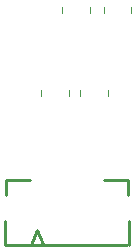
<source format=gbr>
%TF.GenerationSoftware,KiCad,Pcbnew,8.0.5-unknown-202409181836~355805756e~ubuntu22.04.1*%
%TF.CreationDate,2024-10-04T15:54:44+01:00*%
%TF.ProjectId,customFSReay,63757374-6f6d-4465-9352-6561792e6b69,rev?*%
%TF.SameCoordinates,Original*%
%TF.FileFunction,Legend,Top*%
%TF.FilePolarity,Positive*%
%FSLAX46Y46*%
G04 Gerber Fmt 4.6, Leading zero omitted, Abs format (unit mm)*
G04 Created by KiCad (PCBNEW 8.0.5-unknown-202409181836~355805756e~ubuntu22.04.1) date 2024-10-04 15:54:44*
%MOMM*%
%LPD*%
G01*
G04 APERTURE LIST*
G04 Aperture macros list*
%AMRoundRect*
0 Rectangle with rounded corners*
0 $1 Rounding radius*
0 $2 $3 $4 $5 $6 $7 $8 $9 X,Y pos of 4 corners*
0 Add a 4 corners polygon primitive as box body*
4,1,4,$2,$3,$4,$5,$6,$7,$8,$9,$2,$3,0*
0 Add four circle primitives for the rounded corners*
1,1,$1+$1,$2,$3*
1,1,$1+$1,$4,$5*
1,1,$1+$1,$6,$7*
1,1,$1+$1,$8,$9*
0 Add four rect primitives between the rounded corners*
20,1,$1+$1,$2,$3,$4,$5,0*
20,1,$1+$1,$4,$5,$6,$7,0*
20,1,$1+$1,$6,$7,$8,$9,0*
20,1,$1+$1,$8,$9,$2,$3,0*%
G04 Aperture macros list end*
%ADD10C,0.120000*%
%ADD11C,0.250000*%
%ADD12C,0.000000*%
%ADD13R,0.400000X0.500000*%
%ADD14R,0.300000X0.500000*%
%ADD15R,0.300000X1.300000*%
%ADD16R,2.000000X1.600000*%
%ADD17RoundRect,0.057252X0.556248X0.506248X-0.556248X0.506248X-0.556248X-0.506248X0.556248X-0.506248X0*%
G04 APERTURE END LIST*
D10*
%TO.C,RN1*%
X171220000Y-109000000D02*
X171220000Y-108500000D01*
X173580000Y-109000000D02*
X173580000Y-108500000D01*
D11*
%TO.C,FPC1*%
X162849999Y-126610000D02*
X162850000Y-128610000D01*
X162850000Y-128610000D02*
X173230000Y-128610000D01*
X162920000Y-123120000D02*
X162919999Y-124190000D01*
X162920000Y-123120000D02*
X164970000Y-123120000D01*
X162920000Y-123350000D02*
X162920000Y-124420000D01*
X165610000Y-127400000D02*
X165110000Y-128610000D01*
X166100000Y-128600000D02*
X165610000Y-127400000D01*
X171230000Y-123120000D02*
X173280000Y-123120000D01*
X173280000Y-123120000D02*
X173280001Y-124190000D01*
X173280000Y-123350000D02*
X173280000Y-124420000D01*
X173350001Y-126610000D02*
X173350000Y-128610000D01*
D10*
%TO.C,RN4*%
X165920000Y-115500000D02*
X165920000Y-116000000D01*
X168280000Y-115500000D02*
X168280000Y-116000000D01*
%TO.C,RN2*%
X169220000Y-115500000D02*
X169220000Y-116000000D01*
X171580000Y-115500000D02*
X171580000Y-116000000D01*
%TO.C,RN3*%
X167670000Y-109000000D02*
X167670000Y-108500000D01*
X170030000Y-109000000D02*
X170030000Y-108500000D01*
%TD*%
%LPC*%
D12*
G36*
X212000000Y-114000000D02*
G01*
X212000000Y-115000000D01*
X211000000Y-115000000D01*
X211000000Y-113999999D01*
X212000000Y-114000000D01*
G37*
G36*
X106500001Y-112500000D02*
G01*
X106500001Y-113500000D01*
X105500001Y-113500000D01*
X105500000Y-112499999D01*
X106500001Y-112500000D01*
G37*
G36*
X108000001Y-109000000D02*
G01*
X107000000Y-109000000D01*
X107000001Y-108000000D01*
X108000001Y-107999999D01*
X108000001Y-109000000D01*
G37*
G36*
X203500000Y-102000000D02*
G01*
X204500000Y-102000000D01*
X204500000Y-103000000D01*
X203500000Y-103000000D01*
X203500000Y-102000000D01*
G37*
G36*
X105000000Y-103000001D02*
G01*
X104000001Y-102999999D01*
X104000001Y-102000000D01*
X105000001Y-102000000D01*
X105000000Y-103000001D01*
G37*
G36*
X210500000Y-101500000D02*
G01*
X209500000Y-101500000D01*
X209500000Y-100500000D01*
X210499999Y-100500000D01*
X210500000Y-101500000D01*
G37*
G36*
X121500001Y-123000000D02*
G01*
X121500001Y-124000000D01*
X120500001Y-124000000D01*
X120500001Y-122999999D01*
X121500001Y-123000000D01*
G37*
G36*
X209500000Y-115500000D02*
G01*
X210500000Y-115500000D01*
X210500000Y-116500000D01*
X209500000Y-116500000D01*
X209500000Y-115500000D01*
G37*
G36*
X106500001Y-121500000D02*
G01*
X106500001Y-122500000D01*
X105500001Y-122500000D01*
X105500000Y-121499999D01*
X106500001Y-121500000D01*
G37*
G36*
X103499999Y-103000000D02*
G01*
X102500000Y-103000001D01*
X102500001Y-102000000D01*
X103500001Y-102000000D01*
X103499999Y-103000000D01*
G37*
G36*
X111000002Y-104500000D02*
G01*
X110000001Y-104500000D01*
X110000001Y-103500000D01*
X111000001Y-103500000D01*
X111000002Y-104500000D01*
G37*
G36*
X109500001Y-116500000D02*
G01*
X108500002Y-116500000D01*
X108500001Y-115500000D01*
X109500001Y-115500000D01*
X109500001Y-116500000D01*
G37*
G36*
X203000001Y-121000000D02*
G01*
X202000000Y-121000000D01*
X202000000Y-120000000D01*
X203000000Y-120000000D01*
X203000001Y-121000000D01*
G37*
G36*
X108000002Y-121000000D02*
G01*
X107000001Y-121000000D01*
X107000000Y-119999999D01*
X108000001Y-119999999D01*
X108000002Y-121000000D01*
G37*
G36*
X210499999Y-112000000D02*
G01*
X209500000Y-112000000D01*
X209500000Y-111000000D01*
X210500001Y-111000000D01*
X210499999Y-112000000D01*
G37*
G36*
X223000000Y-109500000D02*
G01*
X224000000Y-109500000D01*
X224000000Y-110500000D01*
X223000000Y-110500000D01*
X223000000Y-109500000D01*
G37*
G36*
X219500000Y-111999999D02*
G01*
X218500000Y-112000000D01*
X218500000Y-111000000D01*
X219500000Y-111000000D01*
X219500000Y-111999999D01*
G37*
G36*
X117000000Y-106000001D02*
G01*
X116000000Y-105999999D01*
X116000000Y-105000000D01*
X117000001Y-105000000D01*
X117000000Y-106000001D01*
G37*
G36*
X212500000Y-102000000D02*
G01*
X213500000Y-102000000D01*
X213500000Y-103000000D01*
X212500000Y-103000000D01*
X212500000Y-102000000D01*
G37*
G36*
X215000000Y-121000000D02*
G01*
X214000000Y-121000000D01*
X213999999Y-120000000D01*
X215000000Y-120000000D01*
X215000000Y-121000000D01*
G37*
G36*
X109500001Y-121500000D02*
G01*
X109500000Y-122500000D01*
X108500001Y-122500000D01*
X108500001Y-121499999D01*
X109500001Y-121500000D01*
G37*
G36*
X219500000Y-116500000D02*
G01*
X218500000Y-116500000D01*
X218499999Y-115500000D01*
X219500000Y-115500000D01*
X219500000Y-116500000D01*
G37*
G36*
X117500001Y-100500000D02*
G01*
X118500001Y-100500000D01*
X118500001Y-101500000D01*
X117500001Y-101500000D01*
X117500001Y-100500000D01*
G37*
G36*
X203000001Y-112000000D02*
G01*
X202000000Y-112000000D01*
X202000000Y-111000000D01*
X203000000Y-111000000D01*
X203000001Y-112000000D01*
G37*
G36*
X112500001Y-103000001D02*
G01*
X111500001Y-103000000D01*
X111500001Y-102000000D01*
X112500001Y-102000000D01*
X112500001Y-103000001D01*
G37*
G36*
X224000000Y-103000000D02*
G01*
X223000000Y-103000000D01*
X222999999Y-102000000D01*
X224000000Y-102000000D01*
X224000000Y-103000000D01*
G37*
G36*
X212000001Y-121000000D02*
G01*
X211000000Y-121000000D01*
X211000000Y-120000000D01*
X212000000Y-120000000D01*
X212000001Y-121000000D01*
G37*
G36*
X117000001Y-104500000D02*
G01*
X116000001Y-104499999D01*
X116000001Y-103500000D01*
X117000000Y-103500000D01*
X117000001Y-104500000D01*
G37*
G36*
X103500002Y-107500000D02*
G01*
X102500001Y-107500000D01*
X102500000Y-106500000D01*
X103500001Y-106500000D01*
X103500002Y-107500000D01*
G37*
G36*
X118500000Y-123999999D02*
G01*
X117500001Y-123999999D01*
X117500001Y-123000001D01*
X118500001Y-123000000D01*
X118500000Y-123999999D01*
G37*
G36*
X103500001Y-112000001D02*
G01*
X102500000Y-112000001D01*
X102500001Y-111000000D01*
X103500001Y-111000000D01*
X103500001Y-112000001D01*
G37*
G36*
X201500000Y-106000001D02*
G01*
X200500000Y-106000000D01*
X200500000Y-105000000D01*
X201500000Y-105000000D01*
X201500000Y-106000001D01*
G37*
G36*
X117000000Y-115000000D02*
G01*
X116000001Y-115000000D01*
X116000000Y-114000000D01*
X117000001Y-114000000D01*
X117000000Y-115000000D01*
G37*
G36*
X219500000Y-109500001D02*
G01*
X219500000Y-110500000D01*
X218500000Y-110500001D01*
X218500000Y-109500000D01*
X219500000Y-109500001D01*
G37*
G36*
X215000000Y-107499999D02*
G01*
X214000000Y-107500000D01*
X214000000Y-106500000D01*
X215000000Y-106500000D01*
X215000000Y-107499999D01*
G37*
G36*
X105000000Y-109000000D02*
G01*
X104000002Y-109000000D01*
X104000001Y-107999999D01*
X105000000Y-107999999D01*
X105000000Y-109000000D01*
G37*
G36*
X115500002Y-118500001D02*
G01*
X115500001Y-119500000D01*
X114500001Y-119500000D01*
X114500001Y-118500000D01*
X115500002Y-118500001D01*
G37*
G36*
X203000000Y-104500001D02*
G01*
X202000000Y-104500000D01*
X202000000Y-103500000D01*
X203000000Y-103500000D01*
X203000000Y-104500001D01*
G37*
G36*
X111000002Y-107500001D02*
G01*
X110000001Y-107500000D01*
X110000001Y-106500000D01*
X111000001Y-106500000D01*
X111000002Y-107500001D01*
G37*
G36*
X207500000Y-118500000D02*
G01*
X207500000Y-119500000D01*
X206500000Y-119500000D01*
X206500000Y-118499999D01*
X207500000Y-118500000D01*
G37*
G36*
X215000000Y-113500000D02*
G01*
X213999999Y-113500000D01*
X214000000Y-112500000D01*
X215000000Y-112499999D01*
X215000000Y-113500000D01*
G37*
G36*
X104000001Y-105000000D02*
G01*
X105000001Y-105000000D01*
X105000001Y-106000000D01*
X104000001Y-106000000D01*
X104000001Y-105000000D01*
G37*
G36*
X216500000Y-106000000D02*
G01*
X215500000Y-106000001D01*
X215500000Y-105000000D01*
X216500001Y-105000000D01*
X216500000Y-106000000D01*
G37*
G36*
X113000001Y-121500000D02*
G01*
X114000001Y-121500000D01*
X114000001Y-122500000D01*
X113000001Y-122500000D01*
X113000001Y-121500000D01*
G37*
G36*
X123000000Y-121000000D02*
G01*
X122000002Y-121000000D01*
X122000001Y-120000000D01*
X123000001Y-120000000D01*
X123000000Y-121000000D01*
G37*
G36*
X121500000Y-110500001D02*
G01*
X120500001Y-110500001D01*
X120500000Y-109500000D01*
X121500001Y-109500000D01*
X121500000Y-110500001D01*
G37*
G36*
X120500001Y-121500000D02*
G01*
X121500001Y-121500000D01*
X121500001Y-122500000D01*
X120500001Y-122500000D01*
X120500001Y-121500000D01*
G37*
G36*
X216500000Y-101500000D02*
G01*
X215500000Y-101500000D01*
X215499999Y-100500000D01*
X216500000Y-100500000D01*
X216500000Y-101500000D01*
G37*
G36*
X200500000Y-106500000D02*
G01*
X201500000Y-106500000D01*
X201500000Y-107500000D01*
X200500000Y-107500000D01*
X200500000Y-106500000D01*
G37*
G36*
X111000001Y-115500000D02*
G01*
X111000002Y-116500001D01*
X110000001Y-116500000D01*
X110000001Y-115499999D01*
X111000001Y-115500000D01*
G37*
G36*
X223000000Y-100500000D02*
G01*
X224000000Y-100500000D01*
X224000000Y-101500000D01*
X223000000Y-101500000D01*
X223000000Y-100500000D01*
G37*
G36*
X210500000Y-118500001D02*
G01*
X210500000Y-119500000D01*
X209500000Y-119500000D01*
X209500000Y-118500000D01*
X210500000Y-118500001D01*
G37*
G36*
X103500002Y-123000000D02*
G01*
X103500001Y-123999999D01*
X102500001Y-124000000D01*
X102500001Y-122999999D01*
X103500002Y-123000000D01*
G37*
G36*
X112500001Y-116500000D02*
G01*
X111500001Y-116500000D01*
X111500000Y-115499999D01*
X112500001Y-115499999D01*
X112500001Y-116500000D01*
G37*
G36*
X123000000Y-112000001D02*
G01*
X122000002Y-112000000D01*
X122000001Y-111000000D01*
X123000001Y-111000000D01*
X123000000Y-112000001D01*
G37*
G36*
X117000001Y-112000000D02*
G01*
X116000001Y-112000000D01*
X116000001Y-111000001D01*
X117000001Y-111000000D01*
X117000001Y-112000000D01*
G37*
G36*
X118500001Y-112000000D02*
G01*
X117500001Y-112000000D01*
X117500001Y-111000000D01*
X118500000Y-111000000D01*
X118500001Y-112000000D01*
G37*
G36*
X105000000Y-110500000D02*
G01*
X104000002Y-110500000D01*
X104000002Y-109500001D01*
X105000001Y-109500000D01*
X105000000Y-110500000D01*
G37*
G36*
X100500001Y-121000000D02*
G01*
X99500001Y-121000000D01*
X99500002Y-119999999D01*
X100500001Y-119999999D01*
X100500001Y-121000000D01*
G37*
G36*
X100500001Y-109000000D02*
G01*
X99500001Y-109000001D01*
X99500001Y-108000000D01*
X100500001Y-108000000D01*
X100500001Y-109000000D01*
G37*
G36*
X219500000Y-118000000D02*
G01*
X218499999Y-118000000D01*
X218500000Y-117000000D01*
X219500000Y-116999999D01*
X219500000Y-118000000D01*
G37*
G36*
X221000000Y-122500000D02*
G01*
X220000000Y-122500000D01*
X219999999Y-121500000D01*
X221000000Y-121500000D01*
X221000000Y-122500000D01*
G37*
G36*
X117000001Y-103000000D02*
G01*
X116000001Y-103000000D01*
X116000002Y-102000000D01*
X117000001Y-102000000D01*
X117000001Y-103000000D01*
G37*
G36*
X121500001Y-121000000D02*
G01*
X120500000Y-121000000D01*
X120500001Y-120000000D01*
X121500001Y-120000000D01*
X121500001Y-121000000D01*
G37*
G36*
X117000001Y-107500001D02*
G01*
X116000002Y-107500001D01*
X116000001Y-106500000D01*
X117000001Y-106500000D01*
X117000001Y-107500001D01*
G37*
G36*
X117000001Y-116500000D02*
G01*
X116000001Y-116500002D01*
X116000001Y-115500000D01*
X117000001Y-115500000D01*
X117000001Y-116500000D01*
G37*
G36*
X118500001Y-116500000D02*
G01*
X117500002Y-116500000D01*
X117500001Y-115500000D01*
X118500001Y-115500000D01*
X118500001Y-116500000D01*
G37*
G36*
X212000000Y-107500000D02*
G01*
X211000000Y-107500000D01*
X211000001Y-106500000D01*
X212000000Y-106500000D01*
X212000000Y-107500000D01*
G37*
G36*
X113000001Y-112500000D02*
G01*
X114000001Y-112500000D01*
X114000001Y-113500000D01*
X113000001Y-113500000D01*
X113000001Y-112500000D01*
G37*
G36*
X218500000Y-112500000D02*
G01*
X219500000Y-112500000D01*
X219500000Y-113500000D01*
X218500000Y-113500000D01*
X218500000Y-112500000D01*
G37*
G36*
X112500001Y-118000000D02*
G01*
X111500001Y-117999999D01*
X111500001Y-117000000D01*
X112500000Y-116999999D01*
X112500001Y-118000000D01*
G37*
G36*
X203000000Y-119500000D02*
G01*
X202000000Y-119500000D01*
X202000000Y-118500000D01*
X203000001Y-118499999D01*
X203000000Y-119500000D01*
G37*
G36*
X112500001Y-123000000D02*
G01*
X112500001Y-124000000D01*
X111500001Y-124000000D01*
X111500001Y-122999999D01*
X112500001Y-123000000D01*
G37*
G36*
X100500001Y-112000000D02*
G01*
X99500001Y-112000000D01*
X99500002Y-111000000D01*
X100500000Y-111000000D01*
X100500001Y-112000000D01*
G37*
G36*
X108000001Y-107500001D02*
G01*
X107000000Y-107500001D01*
X107000001Y-106500000D01*
X108000001Y-106500000D01*
X108000001Y-107500001D01*
G37*
G36*
X102000001Y-123000002D02*
G01*
X102000001Y-123999999D01*
X101000001Y-124000000D01*
X101000001Y-123000000D01*
X102000001Y-123000002D01*
G37*
G36*
X219500000Y-101500000D02*
G01*
X218499999Y-101500000D01*
X218500000Y-100500000D01*
X219499999Y-100500000D01*
X219500000Y-101500000D01*
G37*
G36*
X123000001Y-107500000D02*
G01*
X122000001Y-107500000D01*
X122000001Y-106500000D01*
X123000000Y-106500000D01*
X123000001Y-107500000D01*
G37*
G36*
X207500000Y-112000000D02*
G01*
X206500000Y-112000000D01*
X206500000Y-111000001D01*
X207500000Y-111000000D01*
X207500000Y-112000000D01*
G37*
G36*
X205000000Y-111000000D02*
G01*
X206000000Y-111000000D01*
X206000000Y-112000000D01*
X205000000Y-112000000D01*
X205000000Y-111000000D01*
G37*
G36*
X105000001Y-124000000D02*
G01*
X104000001Y-124000000D01*
X104000002Y-123000000D01*
X105000001Y-122999999D01*
X105000001Y-124000000D01*
G37*
G36*
X211000000Y-112500000D02*
G01*
X212000000Y-112500000D01*
X212000000Y-113500000D01*
X211000000Y-113500000D01*
X211000000Y-112500000D01*
G37*
G36*
X206500000Y-109500000D02*
G01*
X207500000Y-109500000D01*
X207500000Y-110500000D01*
X206500000Y-110500000D01*
X206500000Y-109500000D01*
G37*
G36*
X218500000Y-121500000D02*
G01*
X219500000Y-121500000D01*
X219500000Y-122500000D01*
X218500000Y-122500000D01*
X218500000Y-121500000D01*
G37*
G36*
X120000001Y-103000000D02*
G01*
X119000000Y-102999999D01*
X119000001Y-102000000D01*
X120000002Y-102000000D01*
X120000001Y-103000000D01*
G37*
G36*
X221000000Y-118000000D02*
G01*
X220000001Y-118000000D01*
X220000000Y-117000000D01*
X221000000Y-117000000D01*
X221000000Y-118000000D01*
G37*
G36*
X222500000Y-115000000D02*
G01*
X221500000Y-115000000D01*
X221500001Y-113999999D01*
X222500000Y-113999999D01*
X222500000Y-115000000D01*
G37*
G36*
X211000000Y-105000000D02*
G01*
X212000000Y-105000000D01*
X212000000Y-106000000D01*
X211000000Y-106000000D01*
X211000000Y-105000000D01*
G37*
G36*
X206000001Y-101500000D02*
G01*
X205000000Y-101500000D01*
X205000000Y-100500000D01*
X206000000Y-100500000D01*
X206000001Y-101500000D01*
G37*
G36*
X108000001Y-116500000D02*
G01*
X107000000Y-116500000D01*
X107000001Y-115500000D01*
X108000001Y-115500000D01*
X108000001Y-116500000D01*
G37*
G36*
X213500000Y-110500001D02*
G01*
X212500000Y-110500000D01*
X212500000Y-109500000D01*
X213500000Y-109500000D01*
X213500000Y-110500001D01*
G37*
G36*
X106500002Y-100500001D02*
G01*
X106500002Y-101499999D01*
X105500001Y-101500000D01*
X105500001Y-100500000D01*
X106500002Y-100500001D01*
G37*
G36*
X102000001Y-115500000D02*
G01*
X102000002Y-116500001D01*
X101000001Y-116500000D01*
X101000001Y-115499999D01*
X102000001Y-115500000D01*
G37*
G36*
X102000002Y-122500000D02*
G01*
X101000001Y-122500000D01*
X101000001Y-121500000D01*
X102000001Y-121499999D01*
X102000002Y-122500000D01*
G37*
G36*
X209000000Y-112000000D02*
G01*
X208000000Y-111999999D01*
X208000000Y-111000000D01*
X208999999Y-111000000D01*
X209000000Y-112000000D01*
G37*
G36*
X215000000Y-112000000D02*
G01*
X214000000Y-112000000D01*
X213999999Y-111000000D01*
X215000000Y-111000000D01*
X215000000Y-112000000D01*
G37*
G36*
X118500001Y-121000000D02*
G01*
X117500001Y-121000000D01*
X117500001Y-120000000D01*
X118500001Y-119999999D01*
X118500001Y-121000000D01*
G37*
G36*
X203000000Y-116500000D02*
G01*
X202000000Y-116500000D01*
X202000000Y-115500001D01*
X203000000Y-115500000D01*
X203000000Y-116500000D01*
G37*
G36*
X111000001Y-103000000D02*
G01*
X110000001Y-103000001D01*
X110000001Y-102000000D01*
X111000002Y-102000000D01*
X111000001Y-103000000D01*
G37*
G36*
X219500000Y-124000000D02*
G01*
X218500000Y-124000000D01*
X218499999Y-123000000D01*
X219500000Y-123000000D01*
X219500000Y-124000000D01*
G37*
G36*
X109500000Y-123999999D02*
G01*
X108500001Y-123999999D01*
X108500001Y-123000001D01*
X109500001Y-123000000D01*
X109500000Y-123999999D01*
G37*
G36*
X209000000Y-103000000D02*
G01*
X208000000Y-102999999D01*
X208000000Y-102000000D01*
X208999999Y-102000000D01*
X209000000Y-103000000D01*
G37*
G36*
X116000001Y-109500000D02*
G01*
X117000001Y-109500000D01*
X117000001Y-110500000D01*
X116000001Y-110500000D01*
X116000001Y-109500000D01*
G37*
G36*
X208999999Y-122500000D02*
G01*
X208000000Y-122500000D01*
X208000000Y-121500000D01*
X209000000Y-121500000D01*
X208999999Y-122500000D01*
G37*
G36*
X218000000Y-120000001D02*
G01*
X218000000Y-121000000D01*
X217000001Y-121000000D01*
X217000000Y-120000000D01*
X218000000Y-120000001D01*
G37*
G36*
X102000001Y-108000000D02*
G01*
X102000001Y-109000001D01*
X101000001Y-109000000D01*
X101000000Y-107999999D01*
X102000001Y-108000000D01*
G37*
G36*
X106500002Y-109000000D02*
G01*
X105500001Y-109000000D01*
X105500001Y-108000000D01*
X106500001Y-107999999D01*
X106500002Y-109000000D01*
G37*
G36*
X103500000Y-101500001D02*
G01*
X102500001Y-101499999D01*
X102500001Y-100500000D01*
X103500001Y-100500000D01*
X103500000Y-101500001D01*
G37*
G36*
X204500000Y-112500000D02*
G01*
X204500000Y-113500000D01*
X203500000Y-113500000D01*
X203500000Y-112499999D01*
X204500000Y-112500000D01*
G37*
G36*
X216500001Y-116500000D02*
G01*
X215500000Y-116500000D01*
X215500000Y-115500000D01*
X216500000Y-115500000D01*
X216500001Y-116500000D01*
G37*
G36*
X112500001Y-107500000D02*
G01*
X111500001Y-107500000D01*
X111500001Y-106500001D01*
X112500001Y-106500000D01*
X112500001Y-107500000D01*
G37*
G36*
X222500000Y-112500000D02*
G01*
X222500000Y-113500000D01*
X221500000Y-113500000D01*
X221500000Y-112499999D01*
X222500000Y-112500000D01*
G37*
G36*
X203000001Y-103000000D02*
G01*
X202000000Y-103000000D01*
X202000000Y-102000000D01*
X203000000Y-102000000D01*
X203000001Y-103000000D01*
G37*
G36*
X103500001Y-109000001D02*
G01*
X102500001Y-108999999D01*
X102500000Y-107999999D01*
X103500000Y-107999999D01*
X103500001Y-109000001D01*
G37*
G36*
X207500001Y-116500000D02*
G01*
X206500000Y-116500000D01*
X206500000Y-115500000D01*
X207500000Y-115500000D01*
X207500001Y-116500000D01*
G37*
G36*
X112500000Y-101500001D02*
G01*
X111500000Y-101499999D01*
X111500000Y-100500000D01*
X112500001Y-100500000D01*
X112500000Y-101500001D01*
G37*
G36*
X217000000Y-114000000D02*
G01*
X218000000Y-114000000D01*
X218000000Y-115000000D01*
X217000000Y-115000000D01*
X217000000Y-114000000D01*
G37*
G36*
X218000000Y-104499999D02*
G01*
X217000000Y-104500001D01*
X217000000Y-103500000D01*
X218000000Y-103500000D01*
X218000000Y-104499999D01*
G37*
G36*
X100500000Y-106000000D02*
G01*
X99500002Y-105999999D01*
X99500002Y-105000001D01*
X100500001Y-105000000D01*
X100500000Y-106000000D01*
G37*
G36*
X114000001Y-107500000D02*
G01*
X113000001Y-107500000D01*
X113000001Y-106500000D01*
X114000000Y-106500000D01*
X114000001Y-107500000D01*
G37*
G36*
X115500001Y-112500000D02*
G01*
X115500001Y-113500000D01*
X114500001Y-113500000D01*
X114500000Y-112499999D01*
X115500001Y-112500000D01*
G37*
G36*
X209000000Y-108000000D02*
G01*
X209000000Y-109000000D01*
X208000000Y-109000000D01*
X208000000Y-107999999D01*
X209000000Y-108000000D01*
G37*
G36*
X120000001Y-108000000D02*
G01*
X120000001Y-109000001D01*
X119000000Y-109000000D01*
X119000000Y-107999999D01*
X120000001Y-108000000D01*
G37*
G36*
X204499999Y-118000000D02*
G01*
X203500000Y-118000000D01*
X203500000Y-117000000D01*
X204500000Y-117000000D01*
X204499999Y-118000000D01*
G37*
G36*
X209000000Y-117000000D02*
G01*
X209000000Y-118000000D01*
X208000000Y-118000000D01*
X208000000Y-116999999D01*
X209000000Y-117000000D01*
G37*
G36*
X220000000Y-102000000D02*
G01*
X221000000Y-102000000D01*
X221000000Y-103000000D01*
X220000000Y-103000000D01*
X220000000Y-102000000D01*
G37*
G36*
X100500000Y-107500001D02*
G01*
X99500002Y-107500001D01*
X99500001Y-106500000D01*
X100500001Y-106500000D01*
X100500000Y-107500001D01*
G37*
G36*
X216500000Y-112000000D02*
G01*
X215499999Y-112000000D01*
X215500001Y-111000000D01*
X216500000Y-111000000D01*
X216500000Y-112000000D01*
G37*
G36*
X115500001Y-121500000D02*
G01*
X115500001Y-122500000D01*
X114500001Y-122500000D01*
X114500000Y-121499999D01*
X115500001Y-121500000D01*
G37*
G36*
X207500000Y-123999999D02*
G01*
X206500000Y-124000000D01*
X206500000Y-123000000D01*
X207500001Y-122999999D01*
X207500000Y-123999999D01*
G37*
G36*
X207500000Y-122500000D02*
G01*
X206500001Y-122500000D01*
X206500000Y-121500000D01*
X207500001Y-121500000D01*
X207500000Y-122500000D01*
G37*
G36*
X216500000Y-113500000D02*
G01*
X215500001Y-113500000D01*
X215500000Y-112500000D01*
X216500001Y-112500000D01*
X216500000Y-113500000D01*
G37*
G36*
X106500001Y-124000000D02*
G01*
X105500000Y-123999999D01*
X105500001Y-123000000D01*
X106500001Y-122999999D01*
X106500001Y-124000000D01*
G37*
G36*
X221000000Y-106000000D02*
G01*
X220000000Y-106000000D01*
X219999999Y-105000000D01*
X221000000Y-105000000D01*
X221000000Y-106000000D01*
G37*
G36*
X115500001Y-116500000D02*
G01*
X114500001Y-116500000D01*
X114500001Y-115500000D01*
X115500002Y-115499999D01*
X115500001Y-116500000D01*
G37*
G36*
X108000001Y-101500000D02*
G01*
X107000001Y-101500000D01*
X107000001Y-100500000D01*
X108000002Y-100500000D01*
X108000001Y-101500000D01*
G37*
G36*
X106500002Y-112000001D02*
G01*
X105500001Y-112000000D01*
X105500001Y-111000000D01*
X106500001Y-111000000D01*
X106500002Y-112000001D01*
G37*
G36*
X210500001Y-106000000D02*
G01*
X209500000Y-106000000D01*
X209500000Y-105000000D01*
X210500000Y-105000000D01*
X210500001Y-106000000D01*
G37*
G36*
X207500000Y-113500000D02*
G01*
X206500000Y-113499999D01*
X206500000Y-112500000D01*
X207500000Y-112499999D01*
X207500000Y-113500000D01*
G37*
G36*
X207500000Y-104500000D02*
G01*
X206500000Y-104499999D01*
X206500000Y-103500000D01*
X207500000Y-103500000D01*
X207500000Y-104500000D01*
G37*
G36*
X102000001Y-117000000D02*
G01*
X102000001Y-118000000D01*
X101000001Y-118000000D01*
X101000000Y-116999999D01*
X102000001Y-117000000D01*
G37*
G36*
X209000000Y-106000001D02*
G01*
X208000000Y-106000000D01*
X208000000Y-105000000D01*
X209000000Y-105000000D01*
X209000000Y-106000001D01*
G37*
G36*
X224000000Y-107499999D02*
G01*
X223000000Y-107500000D01*
X223000000Y-106500000D01*
X224000000Y-106500000D01*
X224000000Y-107499999D01*
G37*
G36*
X206500000Y-117000000D02*
G01*
X207500000Y-117000000D01*
X207500000Y-118000000D01*
X206500000Y-118000000D01*
X206500000Y-117000000D01*
G37*
G36*
X121500001Y-114000000D02*
G01*
X121500001Y-115000000D01*
X120500001Y-115000000D01*
X120500001Y-113999999D01*
X121500001Y-114000000D01*
G37*
G36*
X212000000Y-110500000D02*
G01*
X211000000Y-110500001D01*
X211000000Y-109500000D01*
X212000001Y-109500000D01*
X212000000Y-110500000D01*
G37*
G36*
X100500000Y-115000000D02*
G01*
X99500001Y-115000000D01*
X99500002Y-114000001D01*
X100500001Y-114000000D01*
X100500000Y-115000000D01*
G37*
G36*
X109500001Y-119500000D02*
G01*
X108500001Y-119500000D01*
X108500001Y-118500000D01*
X109500001Y-118499999D01*
X109500001Y-119500000D01*
G37*
G36*
X106500002Y-118500001D02*
G01*
X106500001Y-119500000D01*
X105500001Y-119500000D01*
X105500001Y-118500000D01*
X106500002Y-118500001D01*
G37*
G36*
X102000002Y-113500000D02*
G01*
X101000001Y-113500000D01*
X101000001Y-112500000D01*
X102000001Y-112499999D01*
X102000002Y-113500000D01*
G37*
G36*
X210499999Y-121000000D02*
G01*
X209500000Y-121000000D01*
X209500000Y-120000000D01*
X210500001Y-120000000D01*
X210499999Y-121000000D01*
G37*
G36*
X109500001Y-103000000D02*
G01*
X108500001Y-103000000D01*
X108500001Y-102000000D01*
X109500000Y-102000000D01*
X109500001Y-103000000D01*
G37*
G36*
X212000001Y-103000000D02*
G01*
X211000000Y-103000000D01*
X211000000Y-102000000D01*
X212000000Y-102000000D01*
X212000001Y-103000000D01*
G37*
G36*
X117000001Y-121000000D02*
G01*
X116000001Y-121000000D01*
X116000000Y-119999999D01*
X117000001Y-119999999D01*
X117000001Y-121000000D01*
G37*
G36*
X220000000Y-103500000D02*
G01*
X221000000Y-103500000D01*
X221000000Y-104500000D01*
X220000000Y-104500000D01*
X220000000Y-103500000D01*
G37*
G36*
X120000002Y-123000001D02*
G01*
X120000001Y-123999999D01*
X119000001Y-124000000D01*
X119000000Y-123000000D01*
X120000002Y-123000001D01*
G37*
G36*
X111000001Y-112000000D02*
G01*
X110000001Y-112000001D01*
X110000001Y-111000000D01*
X111000002Y-111000000D01*
X111000001Y-112000000D01*
G37*
G36*
X204500000Y-124000000D02*
G01*
X203500000Y-123999999D01*
X203500000Y-123000001D01*
X204500000Y-122999999D01*
X204500000Y-124000000D01*
G37*
G36*
X219500000Y-109000000D02*
G01*
X218499999Y-109000000D01*
X218500000Y-108000000D01*
X219500000Y-107999999D01*
X219500000Y-109000000D01*
G37*
G36*
X111000001Y-108000000D02*
G01*
X111000001Y-109000001D01*
X110000001Y-109000000D01*
X110000000Y-107999999D01*
X111000001Y-108000000D01*
G37*
G36*
X106500001Y-107500000D02*
G01*
X105500001Y-107500001D01*
X105500001Y-106500000D01*
X106500002Y-106500000D01*
X106500001Y-107500000D01*
G37*
G36*
X201500000Y-109000000D02*
G01*
X200500000Y-109000000D01*
X200500001Y-108000000D01*
X201500001Y-107999999D01*
X201500000Y-109000000D01*
G37*
G36*
X112500001Y-121000000D02*
G01*
X111500000Y-121000000D01*
X111500001Y-120000000D01*
X112500001Y-120000000D01*
X112500001Y-121000000D01*
G37*
G36*
X210500000Y-110500000D02*
G01*
X209500000Y-110500000D01*
X209500000Y-109500000D01*
X210499999Y-109500000D01*
X210500000Y-110500000D01*
G37*
G36*
X224000000Y-121000000D02*
G01*
X223000000Y-121000000D01*
X222999999Y-120000000D01*
X224000000Y-120000000D01*
X224000000Y-121000000D01*
G37*
G36*
X118500001Y-119500000D02*
G01*
X117500001Y-119500000D01*
X117500001Y-118500000D01*
X118500001Y-118499999D01*
X118500001Y-119500000D01*
G37*
G36*
X105000001Y-115000000D02*
G01*
X104000001Y-115000000D01*
X104000002Y-114000000D01*
X105000001Y-113999999D01*
X105000001Y-115000000D01*
G37*
G36*
X118500001Y-103000000D02*
G01*
X117500001Y-103000000D01*
X117500001Y-102000000D01*
X118500000Y-102000000D01*
X118500001Y-103000000D01*
G37*
G36*
X221500000Y-102000000D02*
G01*
X222500000Y-102000000D01*
X222500000Y-103000000D01*
X221500000Y-103000000D01*
X221500000Y-102000000D01*
G37*
G36*
X111000002Y-114000001D02*
G01*
X111000001Y-115000000D01*
X110000001Y-115000000D01*
X110000001Y-114000000D01*
X111000002Y-114000001D01*
G37*
G36*
X216500001Y-107500000D02*
G01*
X215500000Y-107500000D01*
X215500000Y-106500000D01*
X216500000Y-106500000D01*
X216500001Y-107500000D01*
G37*
G36*
X212000001Y-104499999D02*
G01*
X211000000Y-104500000D01*
X211000000Y-103500000D01*
X212000000Y-103500000D01*
X212000001Y-104499999D01*
G37*
G36*
X215000000Y-109000001D02*
G01*
X214000000Y-109000000D01*
X214000000Y-108000000D01*
X215000000Y-108000000D01*
X215000000Y-109000001D01*
G37*
G36*
X106500001Y-110500001D02*
G01*
X105500001Y-110500000D01*
X105500001Y-109500000D01*
X106500000Y-109500000D01*
X106500001Y-110500001D01*
G37*
G36*
X219500000Y-102999999D02*
G01*
X218500000Y-103000000D01*
X218500000Y-102000000D01*
X219500000Y-102000000D01*
X219500000Y-102999999D01*
G37*
G36*
X218500000Y-105000000D02*
G01*
X219500000Y-105000000D01*
X219500000Y-106000000D01*
X218500000Y-106000000D01*
X218500000Y-105000000D01*
G37*
G36*
X215000000Y-106000000D02*
G01*
X213999999Y-106000000D01*
X214000000Y-105000000D01*
X214999999Y-105000000D01*
X215000000Y-106000000D01*
G37*
G36*
X105000001Y-116500000D02*
G01*
X104000001Y-116500000D01*
X104000002Y-115500000D01*
X105000001Y-115499999D01*
X105000001Y-116500000D01*
G37*
G36*
X105000000Y-118000000D02*
G01*
X104000002Y-118000000D01*
X104000001Y-116999999D01*
X105000000Y-116999999D01*
X105000000Y-118000000D01*
G37*
G36*
X206000000Y-122500000D02*
G01*
X205000000Y-122500000D01*
X205000000Y-121500000D01*
X206000001Y-121499999D01*
X206000000Y-122500000D01*
G37*
G36*
X221000000Y-116500000D02*
G01*
X219999999Y-116500000D01*
X220000001Y-115500000D01*
X221000000Y-115500000D01*
X221000000Y-116500000D01*
G37*
G36*
X208000000Y-115500000D02*
G01*
X209000000Y-115500000D01*
X209000000Y-116500000D01*
X208000000Y-116500000D01*
X208000000Y-115500000D01*
G37*
G36*
X115500002Y-117000001D02*
G01*
X115500002Y-118000000D01*
X114500001Y-118000000D01*
X114500001Y-117000000D01*
X115500002Y-117000001D01*
G37*
G36*
X123000001Y-103000000D02*
G01*
X122000002Y-103000000D01*
X122000001Y-102000000D01*
X123000001Y-102000000D01*
X123000001Y-103000000D01*
G37*
G36*
X212000000Y-101500000D02*
G01*
X211000000Y-101500001D01*
X211000000Y-100500000D01*
X212000001Y-100500000D01*
X212000000Y-101500000D01*
G37*
G36*
X211000000Y-121500000D02*
G01*
X212000000Y-121500000D01*
X212000000Y-122500000D01*
X211000000Y-122500000D01*
X211000000Y-121500000D01*
G37*
G36*
X102000001Y-103000000D02*
G01*
X101000001Y-103000001D01*
X101000001Y-102000000D01*
X102000002Y-102000000D01*
X102000001Y-103000000D01*
G37*
G36*
X203500000Y-120000000D02*
G01*
X204500000Y-120000000D01*
X204500000Y-121000000D01*
X203500000Y-121000000D01*
X203500000Y-120000000D01*
G37*
G36*
X120000001Y-107499999D02*
G01*
X119000001Y-107500000D01*
X119000000Y-106500000D01*
X120000001Y-106500000D01*
X120000001Y-107499999D01*
G37*
G36*
X118500001Y-112500000D02*
G01*
X118500000Y-113500000D01*
X117500001Y-113500000D01*
X117500001Y-112499999D01*
X118500001Y-112500000D01*
G37*
G36*
X106500002Y-118000000D02*
G01*
X105500001Y-118000000D01*
X105500001Y-117000000D01*
X106500001Y-116999999D01*
X106500002Y-118000000D01*
G37*
G36*
X224000000Y-113500000D02*
G01*
X222999999Y-113500000D01*
X223000000Y-112500000D01*
X224000000Y-112499999D01*
X224000000Y-113500000D01*
G37*
G36*
X201500001Y-122500000D02*
G01*
X200500000Y-122500000D01*
X200500000Y-121500000D01*
X201500000Y-121500000D01*
X201500001Y-122500000D01*
G37*
G36*
X103500002Y-116500000D02*
G01*
X102500001Y-116500000D01*
X102500001Y-115499999D01*
X103500001Y-115499999D01*
X103500002Y-116500000D01*
G37*
G36*
X205000000Y-103500000D02*
G01*
X206000000Y-103500000D01*
X206000000Y-104500000D01*
X205000000Y-104500000D01*
X205000000Y-103500000D01*
G37*
G36*
X121500001Y-118000000D02*
G01*
X120500002Y-118000000D01*
X120500001Y-116999999D01*
X121500000Y-116999999D01*
X121500001Y-118000000D01*
G37*
G36*
X102000001Y-121000000D02*
G01*
X101000001Y-121000000D01*
X101000001Y-120000000D01*
X102000000Y-119999999D01*
X102000001Y-121000000D01*
G37*
G36*
X108000002Y-103000000D02*
G01*
X107000001Y-103000000D01*
X107000000Y-102000000D01*
X108000001Y-102000000D01*
X108000002Y-103000000D01*
G37*
G36*
X203000000Y-114000000D02*
G01*
X203000000Y-115000000D01*
X202000000Y-115000000D01*
X202000000Y-113999999D01*
X203000000Y-114000000D01*
G37*
G36*
X103500001Y-113500000D02*
G01*
X102500001Y-113500000D01*
X102500001Y-112500000D01*
X103500001Y-112499999D01*
X103500001Y-113500000D01*
G37*
G36*
X212000000Y-116500000D02*
G01*
X211000000Y-116500000D01*
X211000000Y-115500001D01*
X212000000Y-115500000D01*
X212000000Y-116500000D01*
G37*
G36*
X100500000Y-122500000D02*
G01*
X99500002Y-122500000D01*
X99500002Y-121500001D01*
X100500000Y-121499999D01*
X100500000Y-122500000D01*
G37*
G36*
X221000000Y-110500000D02*
G01*
X220000000Y-110500001D01*
X220000000Y-109500000D01*
X221000000Y-109500000D01*
X221000000Y-110500000D01*
G37*
G36*
X117000001Y-109000000D02*
G01*
X116000001Y-109000001D01*
X116000001Y-108000000D01*
X117000001Y-108000000D01*
X117000001Y-109000000D01*
G37*
G36*
X219500000Y-114000000D02*
G01*
X219500000Y-115000000D01*
X218500000Y-115000000D01*
X218500000Y-113999999D01*
X219500000Y-114000000D01*
G37*
G36*
X115500001Y-115000000D02*
G01*
X114500000Y-115000000D01*
X114500001Y-114000000D01*
X115500001Y-113999999D01*
X115500001Y-115000000D01*
G37*
G36*
X219500000Y-118500001D02*
G01*
X219500000Y-119500000D01*
X218500000Y-119500000D01*
X218500000Y-118500000D01*
X219500000Y-118500001D01*
G37*
G36*
X212500000Y-118500000D02*
G01*
X213500000Y-118500000D01*
X213500000Y-119500000D01*
X212500000Y-119500000D01*
X212500000Y-118500000D01*
G37*
G36*
X207500000Y-109000001D02*
G01*
X206500000Y-109000000D01*
X206500000Y-108000000D01*
X207500000Y-108000000D01*
X207500000Y-109000001D01*
G37*
G36*
X114000000Y-119500000D02*
G01*
X113000001Y-119500000D01*
X113000001Y-118500001D01*
X114000001Y-118500000D01*
X114000000Y-119500000D01*
G37*
G36*
X108000001Y-113500000D02*
G01*
X107000001Y-113499999D01*
X107000001Y-112500000D01*
X108000000Y-112499999D01*
X108000001Y-113500000D01*
G37*
G36*
X115500002Y-112000001D02*
G01*
X114500001Y-112000000D01*
X114500001Y-111000000D01*
X115500001Y-111000000D01*
X115500002Y-112000001D01*
G37*
G36*
X213500000Y-124000000D02*
G01*
X212500000Y-123999999D01*
X212500000Y-123000001D01*
X213500000Y-122999999D01*
X213500000Y-124000000D01*
G37*
G36*
X212500000Y-120000000D02*
G01*
X213500000Y-120000000D01*
X213500000Y-121000000D01*
X212500000Y-121000000D01*
X212500000Y-120000000D01*
G37*
G36*
X203000000Y-109000000D02*
G01*
X202000000Y-108999999D01*
X202000000Y-108000000D01*
X203000000Y-107999999D01*
X203000000Y-109000000D01*
G37*
G36*
X105000000Y-112000001D02*
G01*
X104000001Y-111999999D01*
X104000001Y-111000000D01*
X105000001Y-111000000D01*
X105000000Y-112000001D01*
G37*
G36*
X224000000Y-114000001D02*
G01*
X224000000Y-115000000D01*
X223000000Y-115000000D01*
X223000000Y-114000000D01*
X224000000Y-114000001D01*
G37*
G36*
X108500001Y-112499999D02*
G01*
X109500000Y-112499999D01*
X109500000Y-113500000D01*
X108500001Y-113500000D01*
X108500001Y-112499999D01*
G37*
G36*
X106500001Y-106000000D02*
G01*
X105500001Y-105999999D01*
X105500001Y-105000000D01*
X106500001Y-105000000D01*
X106500001Y-106000000D01*
G37*
G36*
X215000000Y-123000001D02*
G01*
X215000000Y-123999999D01*
X214000000Y-124000000D01*
X214000000Y-123000000D01*
X215000000Y-123000001D01*
G37*
G36*
X111000001Y-110500000D02*
G01*
X110000001Y-110499999D01*
X110000001Y-109500000D01*
X111000001Y-109500000D01*
X111000001Y-110500000D01*
G37*
G36*
X106500001Y-104500001D02*
G01*
X105500001Y-104500000D01*
X105500000Y-103500000D01*
X106500001Y-103500000D01*
X106500001Y-104500001D01*
G37*
G36*
X201500000Y-101500000D02*
G01*
X200500000Y-101500000D01*
X200500001Y-100500000D01*
X201499999Y-100500000D01*
X201500000Y-101500000D01*
G37*
G36*
X222500000Y-101500001D02*
G01*
X221500000Y-101500000D01*
X221500000Y-100500000D01*
X222500000Y-100500000D01*
X222500000Y-101500001D01*
G37*
G36*
X215000000Y-104500000D02*
G01*
X213999999Y-104500000D01*
X214000000Y-103500000D01*
X215000000Y-103500000D01*
X215000000Y-104500000D01*
G37*
G36*
X216500000Y-110500000D02*
G01*
X215500000Y-110500000D01*
X215499999Y-109500000D01*
X216500000Y-109500000D01*
X216500000Y-110500000D01*
G37*
G36*
X202000000Y-105000000D02*
G01*
X203000000Y-105000000D01*
X203000000Y-106000000D01*
X202000000Y-106000000D01*
X202000000Y-105000000D01*
G37*
G36*
X209500000Y-123000000D02*
G01*
X210500000Y-123000000D01*
X210500000Y-124000000D01*
X209500000Y-124000000D01*
X209500000Y-123000000D01*
G37*
G36*
X209500000Y-106500000D02*
G01*
X210500000Y-106500000D01*
X210500000Y-107500000D01*
X209500000Y-107500000D01*
X209500000Y-106500000D01*
G37*
G36*
X102000001Y-106000001D02*
G01*
X101000001Y-106000000D01*
X101000001Y-105000000D01*
X102000000Y-105000000D01*
X102000001Y-106000001D01*
G37*
G36*
X212000000Y-119500000D02*
G01*
X211000000Y-119500000D01*
X211000000Y-118500000D01*
X212000001Y-118499999D01*
X212000000Y-119500000D01*
G37*
G36*
X204500000Y-121500000D02*
G01*
X204500000Y-122500000D01*
X203500000Y-122500000D01*
X203500000Y-121499999D01*
X204500000Y-121500000D01*
G37*
G36*
X108500001Y-103500000D02*
G01*
X109500000Y-103500000D01*
X109500000Y-104500000D01*
X108500001Y-104500000D01*
X108500001Y-103500000D01*
G37*
G36*
X103500001Y-118000000D02*
G01*
X102500000Y-118000000D01*
X102500001Y-117000000D01*
X103500000Y-116999999D01*
X103500001Y-118000000D01*
G37*
G36*
X117500001Y-109500000D02*
G01*
X118500001Y-109500000D01*
X118500001Y-110500000D01*
X117500001Y-110500000D01*
X117500001Y-109500000D01*
G37*
G36*
X108000000Y-115000000D02*
G01*
X107000000Y-114999999D01*
X107000000Y-114000000D01*
X108000001Y-114000000D01*
X108000000Y-115000000D01*
G37*
G36*
X112500000Y-110500001D02*
G01*
X111500000Y-110499999D01*
X111500000Y-109500000D01*
X112500001Y-109500000D01*
X112500000Y-110500001D01*
G37*
G36*
X216500000Y-108000000D02*
G01*
X216500001Y-108999999D01*
X215500000Y-109000000D01*
X215500001Y-107999999D01*
X216500000Y-108000000D01*
G37*
G36*
X201499999Y-118500000D02*
G01*
X201500000Y-119500000D01*
X200500000Y-119500000D01*
X200500001Y-118499999D01*
X201499999Y-118500000D01*
G37*
G36*
X206000000Y-123000001D02*
G01*
X206000001Y-123999999D01*
X205000000Y-124000000D01*
X205000000Y-123000000D01*
X206000000Y-123000001D01*
G37*
G36*
X114000001Y-121000000D02*
G01*
X113000002Y-121000000D01*
X113000001Y-120000000D01*
X114000001Y-120000000D01*
X114000001Y-121000000D01*
G37*
G36*
X111000001Y-101500000D02*
G01*
X110000001Y-101499999D01*
X110000001Y-100500000D01*
X111000001Y-100500000D01*
X111000001Y-101500000D01*
G37*
G36*
X114000001Y-104500000D02*
G01*
X113000001Y-104500001D01*
X113000001Y-103500000D01*
X114000001Y-103500000D01*
X114000001Y-104500000D01*
G37*
G36*
X200500000Y-123000000D02*
G01*
X201500000Y-123000000D01*
X201500000Y-124000000D01*
X200500000Y-124000000D01*
X200500000Y-123000000D01*
G37*
G36*
X215000000Y-103000000D02*
G01*
X214000000Y-103000000D01*
X213999999Y-102000000D01*
X215000000Y-102000000D01*
X215000000Y-103000000D01*
G37*
G36*
X108500001Y-117000000D02*
G01*
X109500001Y-117000000D01*
X109500001Y-118000000D01*
X108500001Y-118000000D01*
X108500001Y-117000000D01*
G37*
G36*
X99500001Y-117000000D02*
G01*
X100500001Y-117000000D01*
X100500001Y-118000000D01*
X99500001Y-118000000D01*
X99500001Y-117000000D01*
G37*
G36*
X100500000Y-123999999D02*
G01*
X99500001Y-123999999D01*
X99500002Y-123000001D01*
X100500001Y-123000000D01*
X100500000Y-123999999D01*
G37*
G36*
X123000001Y-115000000D02*
G01*
X122000001Y-115000000D01*
X122000001Y-114000000D01*
X123000001Y-113999999D01*
X123000001Y-115000000D01*
G37*
G36*
X201499999Y-103000000D02*
G01*
X200500001Y-103000000D01*
X200500000Y-102000000D01*
X201500001Y-102000000D01*
X201499999Y-103000000D01*
G37*
G36*
X113000001Y-105000000D02*
G01*
X114000001Y-105000000D01*
X114000001Y-106000000D01*
X113000001Y-106000000D01*
X113000001Y-105000000D01*
G37*
G36*
X120000001Y-117000000D02*
G01*
X120000001Y-118000000D01*
X119000000Y-118000000D01*
X119000000Y-116999999D01*
X120000001Y-117000000D01*
G37*
G36*
X206000000Y-113500000D02*
G01*
X205000000Y-113500000D01*
X205000000Y-112500000D01*
X206000001Y-112499999D01*
X206000000Y-113500000D01*
G37*
G36*
X102500001Y-120000000D02*
G01*
X103500001Y-120000000D01*
X103500001Y-121000000D01*
X102500001Y-121000000D01*
X102500001Y-120000000D01*
G37*
G36*
X114000001Y-117000000D02*
G01*
X114000000Y-118000000D01*
X113000001Y-118000000D01*
X113000001Y-116999999D01*
X114000001Y-117000000D01*
G37*
G36*
X102000001Y-112000000D02*
G01*
X101000001Y-112000001D01*
X101000001Y-111000000D01*
X102000002Y-111000000D01*
X102000001Y-112000000D01*
G37*
G36*
X224000000Y-109000001D02*
G01*
X223000000Y-109000000D01*
X223000000Y-108000000D01*
X224000000Y-108000000D01*
X224000000Y-109000001D01*
G37*
G36*
X221000000Y-107500000D02*
G01*
X219999999Y-107500000D01*
X220000001Y-106500000D01*
X221000000Y-106500000D01*
X221000000Y-107500000D01*
G37*
G36*
X112500001Y-112000001D02*
G01*
X111500001Y-112000002D01*
X111500001Y-111000000D01*
X112500001Y-111000000D01*
X112500001Y-112000001D01*
G37*
G36*
X120500001Y-105000000D02*
G01*
X121500001Y-105000000D01*
X121500001Y-106000000D01*
X120500001Y-106000000D01*
X120500001Y-105000000D01*
G37*
G36*
X203500000Y-103500000D02*
G01*
X204500000Y-103500000D01*
X204500000Y-104500000D01*
X203500000Y-104500000D01*
X203500000Y-103500000D01*
G37*
G36*
X115500002Y-109000000D02*
G01*
X114500001Y-109000000D01*
X114500001Y-108000000D01*
X115500001Y-107999999D01*
X115500002Y-109000000D01*
G37*
G36*
X216500000Y-119500000D02*
G01*
X215500000Y-119500000D01*
X215499999Y-118500000D01*
X216500000Y-118500000D01*
X216500000Y-119500000D01*
G37*
G36*
X108000002Y-118500000D02*
G01*
X108000001Y-119500000D01*
X107000001Y-119500000D01*
X107000001Y-118499999D01*
X108000002Y-118500000D01*
G37*
G36*
X209000000Y-101500000D02*
G01*
X208000000Y-101500000D01*
X208000001Y-100500000D01*
X209000000Y-100500000D01*
X209000000Y-101500000D01*
G37*
G36*
X219500000Y-104500001D02*
G01*
X218500000Y-104500000D01*
X218500000Y-103500000D01*
X219500000Y-103500000D01*
X219500000Y-104500001D01*
G37*
G36*
X100500001Y-103000000D02*
G01*
X99500001Y-103000000D01*
X99500002Y-102000000D01*
X100500000Y-102000000D01*
X100500001Y-103000000D01*
G37*
G36*
X112500000Y-119500000D02*
G01*
X111500002Y-119500000D01*
X111500000Y-118500000D01*
X112500001Y-118500000D01*
X112500000Y-119500000D01*
G37*
G36*
X203000000Y-107500000D02*
G01*
X202000000Y-107500000D01*
X202000000Y-106500001D01*
X203000000Y-106500000D01*
X203000000Y-107500000D01*
G37*
G36*
X108000000Y-123999999D02*
G01*
X107000002Y-124000000D01*
X107000000Y-123000000D01*
X108000001Y-123000000D01*
X108000000Y-123999999D01*
G37*
G36*
X206000001Y-118000000D02*
G01*
X205000000Y-118000000D01*
X205000000Y-117000000D01*
X206000000Y-117000000D01*
X206000001Y-118000000D01*
G37*
G36*
X221500000Y-111000000D02*
G01*
X222500000Y-111000000D01*
X222500000Y-112000000D01*
X221500000Y-112000000D01*
X221500000Y-111000000D01*
G37*
G36*
X222500000Y-110500001D02*
G01*
X221500000Y-110500000D01*
X221500000Y-109500000D01*
X222500000Y-109500000D01*
X222500000Y-110500001D01*
G37*
G36*
X213500000Y-112500000D02*
G01*
X213500000Y-113500000D01*
X212500000Y-113500000D01*
X212500000Y-112499999D01*
X213500000Y-112500000D01*
G37*
G36*
X214000000Y-109500000D02*
G01*
X215000000Y-109500000D01*
X215000000Y-110500000D01*
X214000000Y-110500000D01*
X214000000Y-109500000D01*
G37*
G36*
X203000000Y-123000000D02*
G01*
X203000000Y-124000000D01*
X202000000Y-124000000D01*
X202000000Y-122999999D01*
X203000000Y-123000000D01*
G37*
G36*
X201499999Y-112000000D02*
G01*
X200500001Y-112000000D01*
X200500000Y-111000000D01*
X201500001Y-111000000D01*
X201499999Y-112000000D01*
G37*
G36*
X216500000Y-104500000D02*
G01*
X215499999Y-104500000D01*
X215500000Y-103500000D01*
X216500000Y-103500000D01*
X216500000Y-104500000D01*
G37*
G36*
X224000000Y-104500000D02*
G01*
X222999999Y-104500000D01*
X223000000Y-103500000D01*
X224000000Y-103500000D01*
X224000000Y-104500000D01*
G37*
G36*
X207500000Y-121000000D02*
G01*
X206500000Y-121000000D01*
X206500000Y-120000001D01*
X207500000Y-120000000D01*
X207500000Y-121000000D01*
G37*
G36*
X212000001Y-112000000D02*
G01*
X211000000Y-112000000D01*
X211000000Y-111000000D01*
X212000000Y-111000000D01*
X212000001Y-112000000D01*
G37*
G36*
X205000000Y-118500000D02*
G01*
X206000000Y-118500000D01*
X206000000Y-119500000D01*
X205000000Y-119500000D01*
X205000000Y-118500000D01*
G37*
G36*
X204500000Y-101500001D02*
G01*
X203500000Y-101500000D01*
X203500000Y-100500000D01*
X204500000Y-100500000D01*
X204500000Y-101500001D01*
G37*
G36*
X108000001Y-118000000D02*
G01*
X107000001Y-118000000D01*
X107000001Y-117000000D01*
X108000002Y-117000000D01*
X108000001Y-118000000D01*
G37*
G36*
X224000000Y-116499999D02*
G01*
X223000000Y-116500000D01*
X223000000Y-115500000D01*
X224000000Y-115500000D01*
X224000000Y-116499999D01*
G37*
G36*
X213500000Y-107500000D02*
G01*
X212500000Y-107499999D01*
X212500000Y-106500000D01*
X213499999Y-106500000D01*
X213500000Y-107500000D01*
G37*
G36*
X118500001Y-121500000D02*
G01*
X118500000Y-122500000D01*
X117500001Y-122500000D01*
X117500001Y-121499999D01*
X118500001Y-121500000D01*
G37*
G36*
X106500002Y-103000001D02*
G01*
X105500001Y-103000000D01*
X105500001Y-102000000D01*
X106500001Y-102000000D01*
X106500002Y-103000001D01*
G37*
G36*
X201500001Y-113500000D02*
G01*
X200500000Y-113500000D01*
X200500000Y-112500000D01*
X201500000Y-112500000D01*
X201500001Y-113500000D01*
G37*
G36*
X122000001Y-105000000D02*
G01*
X123000001Y-105000000D01*
X123000001Y-106000000D01*
X122000001Y-106000000D01*
X122000001Y-105000000D01*
G37*
G36*
X213500000Y-121500000D02*
G01*
X213500000Y-122500000D01*
X212500000Y-122500000D01*
X212500000Y-121499999D01*
X213500000Y-121500000D01*
G37*
G36*
X210500001Y-122500000D02*
G01*
X209500000Y-122500000D01*
X209500000Y-121500000D01*
X210500000Y-121500000D01*
X210500001Y-122500000D01*
G37*
G36*
X205999999Y-116500000D02*
G01*
X205000000Y-116500000D01*
X205000000Y-115500000D01*
X206000001Y-115500000D01*
X205999999Y-116500000D01*
G37*
G36*
X108500001Y-109500000D02*
G01*
X109500001Y-109500000D01*
X109500001Y-110500000D01*
X108500001Y-110500000D01*
X108500001Y-109500000D01*
G37*
G36*
X202000000Y-112500000D02*
G01*
X203000000Y-112500000D01*
X203000000Y-113500000D01*
X202000000Y-113500000D01*
X202000000Y-112500000D01*
G37*
G36*
X220000000Y-111000000D02*
G01*
X221000000Y-111000000D01*
X221000000Y-112000000D01*
X220000000Y-112000000D01*
X220000000Y-111000000D01*
G37*
G36*
X218000000Y-101500000D02*
G01*
X217000000Y-101500000D01*
X217000001Y-100500000D01*
X218000000Y-100500000D01*
X218000000Y-101500000D01*
G37*
G36*
X213500000Y-101500001D02*
G01*
X212500000Y-101500000D01*
X212500000Y-100500000D01*
X213500000Y-100500000D01*
X213500000Y-101500001D01*
G37*
G36*
X102000001Y-119500000D02*
G01*
X101000000Y-119500000D01*
X101000001Y-118500000D01*
X102000001Y-118499999D01*
X102000001Y-119500000D01*
G37*
G36*
X221000000Y-124000000D02*
G01*
X220000001Y-123999999D01*
X219999999Y-123000000D01*
X221000000Y-123000000D01*
X221000000Y-124000000D01*
G37*
G36*
X111500001Y-105000000D02*
G01*
X112500001Y-105000000D01*
X112500001Y-106000000D01*
X111500001Y-106000000D01*
X111500001Y-105000000D01*
G37*
G36*
X117000001Y-118500000D02*
G01*
X117000001Y-119500000D01*
X116000001Y-119500000D01*
X116000001Y-118499999D01*
X117000001Y-118500000D01*
G37*
G36*
X108000001Y-110500000D02*
G01*
X107000001Y-110500000D01*
X107000001Y-109500000D01*
X108000002Y-109500000D01*
X108000001Y-110500000D01*
G37*
G36*
X105000000Y-119500000D02*
G01*
X104000001Y-119500000D01*
X104000002Y-118500001D01*
X105000001Y-118500000D01*
X105000000Y-119500000D01*
G37*
G36*
X114000001Y-115000000D02*
G01*
X113000001Y-115000000D01*
X113000001Y-114000000D01*
X114000001Y-113999999D01*
X114000001Y-115000000D01*
G37*
G36*
X114500001Y-105000000D02*
G01*
X115500001Y-105000000D01*
X115500001Y-106000000D01*
X114500001Y-106000000D01*
X114500001Y-105000000D01*
G37*
G36*
X123000000Y-110499999D02*
G01*
X122000001Y-110500000D01*
X122000002Y-109500000D01*
X123000000Y-109500000D01*
X123000000Y-110499999D01*
G37*
G36*
X222500000Y-106500001D02*
G01*
X222500000Y-107500000D01*
X221500001Y-107500000D01*
X221500000Y-106500000D01*
X222500000Y-106500001D01*
G37*
G36*
X120000002Y-104500000D02*
G01*
X119000001Y-104500000D01*
X119000001Y-103500000D01*
X120000001Y-103500000D01*
X120000002Y-104500000D01*
G37*
G36*
X121500000Y-119500000D02*
G01*
X120500001Y-119500000D01*
X120500000Y-118500000D01*
X121500001Y-118500000D01*
X121500000Y-119500000D01*
G37*
G36*
X209000000Y-120000001D02*
G01*
X209000000Y-121000000D01*
X208000000Y-121000001D01*
X208000000Y-120000000D01*
X209000000Y-120000001D01*
G37*
G36*
X103500001Y-122500000D02*
G01*
X102500001Y-122500000D01*
X102500001Y-121500000D01*
X103500002Y-121500000D01*
X103500001Y-122500000D01*
G37*
G36*
X109500001Y-112000000D02*
G01*
X108500001Y-112000000D01*
X108500001Y-111000000D01*
X109500000Y-111000000D01*
X109500001Y-112000000D01*
G37*
G36*
X114000001Y-116500000D02*
G01*
X113000001Y-116500000D01*
X113000001Y-115500000D01*
X114000001Y-115499999D01*
X114000001Y-116500000D01*
G37*
G36*
X201499999Y-121000000D02*
G01*
X200500001Y-121000000D01*
X200500000Y-120000000D01*
X201500001Y-120000000D01*
X201499999Y-121000000D01*
G37*
G36*
X218000000Y-113499999D02*
G01*
X217000000Y-113500000D01*
X217000000Y-112500000D01*
X218000000Y-112500000D01*
X218000000Y-113499999D01*
G37*
G36*
X99500001Y-100500000D02*
G01*
X100500001Y-100500000D01*
X100500001Y-101500000D01*
X99500001Y-101500000D01*
X99500001Y-100500000D01*
G37*
G36*
X213500000Y-106000000D02*
G01*
X212500000Y-106000000D01*
X212500001Y-105000000D01*
X213500000Y-105000000D01*
X213500000Y-106000000D01*
G37*
G36*
X112500001Y-109000000D02*
G01*
X111500001Y-108999999D01*
X111500002Y-108000000D01*
X112500000Y-107999999D01*
X112500001Y-109000000D01*
G37*
G36*
X118500001Y-104499999D02*
G01*
X117500001Y-104500000D01*
X117500001Y-103500000D01*
X118500000Y-103500000D01*
X118500001Y-104499999D01*
G37*
G36*
X104000001Y-112500000D02*
G01*
X105000001Y-112500000D01*
X105000001Y-113500000D01*
X104000001Y-113500000D01*
X104000001Y-112500000D01*
G37*
G36*
X223000000Y-117000000D02*
G01*
X224000000Y-117000000D01*
X224000000Y-118000000D01*
X223000000Y-118000000D01*
X223000000Y-117000000D01*
G37*
G36*
X208000000Y-114000000D02*
G01*
X209000000Y-114000000D01*
X209000000Y-115000000D01*
X208000000Y-115000000D01*
X208000000Y-114000000D01*
G37*
G36*
X204500000Y-106000000D02*
G01*
X203500000Y-106000000D01*
X203500000Y-105000001D01*
X204500000Y-105000000D01*
X204500000Y-106000000D01*
G37*
G36*
X111500001Y-121500000D02*
G01*
X112500001Y-121500000D01*
X112500001Y-122500000D01*
X111500001Y-122500000D01*
X111500001Y-121500000D01*
G37*
G36*
X100500000Y-104500000D02*
G01*
X99500002Y-104500000D01*
X99500001Y-103500000D01*
X100500000Y-103500000D01*
X100500000Y-104500000D01*
G37*
G36*
X108000000Y-106000001D02*
G01*
X107000000Y-105999999D01*
X107000000Y-105000000D01*
X108000001Y-105000000D01*
X108000000Y-106000001D01*
G37*
G36*
X114000000Y-112000001D02*
G01*
X113000002Y-112000000D01*
X113000001Y-111000000D01*
X114000001Y-111000000D01*
X114000000Y-112000001D01*
G37*
G36*
X115500001Y-107500000D02*
G01*
X114500000Y-107499999D01*
X114500001Y-106500000D01*
X115500002Y-106500000D01*
X115500001Y-107500000D01*
G37*
G36*
X221500000Y-103500000D02*
G01*
X222500000Y-103500000D01*
X222500000Y-104500000D01*
X221500000Y-104500000D01*
X221500000Y-103500000D01*
G37*
G36*
X120000002Y-114000001D02*
G01*
X120000001Y-115000000D01*
X119000001Y-115000000D01*
X119000000Y-114000000D01*
X120000002Y-114000001D01*
G37*
G36*
X216500000Y-123999999D02*
G01*
X215500000Y-124000000D01*
X215500000Y-123000000D01*
X216500001Y-122999999D01*
X216500000Y-123999999D01*
G37*
G36*
X120000001Y-121000000D02*
G01*
X119000001Y-121000000D01*
X119000001Y-120000000D01*
X120000002Y-120000000D01*
X120000001Y-121000000D01*
G37*
G36*
X209000000Y-104499999D02*
G01*
X208000000Y-104500001D01*
X208000000Y-103500000D01*
X209000000Y-103500000D01*
X209000000Y-104499999D01*
G37*
G36*
X122000001Y-121500000D02*
G01*
X123000001Y-121500000D01*
X123000001Y-122500000D01*
X122000001Y-122500000D01*
X122000001Y-121500000D01*
G37*
G36*
X213500000Y-108999999D02*
G01*
X212500000Y-109000001D01*
X212500000Y-108000000D01*
X213500000Y-108000000D01*
X213500000Y-108999999D01*
G37*
G36*
X111000002Y-123000001D02*
G01*
X111000001Y-123999999D01*
X110000001Y-124000000D01*
X110000001Y-123000000D01*
X111000002Y-123000001D01*
G37*
G36*
X111000002Y-105999999D02*
G01*
X110000001Y-106000000D01*
X110000001Y-105000000D01*
X111000000Y-105000000D01*
X111000002Y-105999999D01*
G37*
G36*
X207500000Y-115000000D02*
G01*
X206500000Y-115000000D01*
X206500000Y-114000000D01*
X207500001Y-113999999D01*
X207500000Y-115000000D01*
G37*
G36*
X218000000Y-108000000D02*
G01*
X218000000Y-109000000D01*
X217000000Y-109000000D01*
X217000000Y-107999999D01*
X218000000Y-108000000D01*
G37*
G36*
X108000000Y-103500000D02*
G01*
X108000002Y-104500000D01*
X107000001Y-104499999D01*
X107000000Y-103499999D01*
X108000000Y-103500000D01*
G37*
G36*
X105000001Y-101499999D02*
G01*
X104000002Y-101500000D01*
X104000002Y-100500000D01*
X105000001Y-100500000D01*
X105000001Y-101499999D01*
G37*
G36*
X221000000Y-112500000D02*
G01*
X221000000Y-113500000D01*
X220000000Y-113500000D01*
X220000001Y-112499999D01*
X221000000Y-112500000D01*
G37*
G36*
X218000000Y-117000000D02*
G01*
X218000000Y-118000000D01*
X217000000Y-118000000D01*
X217000000Y-116999999D01*
X218000000Y-117000000D01*
G37*
G36*
X206000000Y-106000000D02*
G01*
X205000000Y-106000000D01*
X205000000Y-105000000D01*
X205999999Y-105000000D01*
X206000000Y-106000000D01*
G37*
G36*
X209500000Y-114000000D02*
G01*
X210500000Y-114000000D01*
X210500000Y-115000000D01*
X209500000Y-115000000D01*
X209500000Y-114000000D01*
G37*
G36*
X213500000Y-115500001D02*
G01*
X213500000Y-116500000D01*
X212500001Y-116500000D01*
X212500000Y-115500000D01*
X213500000Y-115500001D01*
G37*
G36*
X102000001Y-115000000D02*
G01*
X101000001Y-115000000D01*
X101000001Y-114000000D01*
X102000000Y-113999999D01*
X102000001Y-115000000D01*
G37*
G36*
X103500000Y-110500001D02*
G01*
X102500001Y-110499999D01*
X102500001Y-109500000D01*
X103500001Y-109500000D01*
X103500000Y-110500001D01*
G37*
G36*
X120000001Y-115500000D02*
G01*
X120000002Y-116500000D01*
X119000001Y-116500000D01*
X119000001Y-115499999D01*
X120000001Y-115500000D01*
G37*
G36*
X212500000Y-103500000D02*
G01*
X213500000Y-103500000D01*
X213500000Y-104500000D01*
X212500000Y-104500000D01*
X212500000Y-103500000D01*
G37*
G36*
X224000000Y-118500000D02*
G01*
X224000000Y-119500000D01*
X223000000Y-119500000D01*
X223000000Y-118499999D01*
X224000000Y-118500000D01*
G37*
G36*
X224000000Y-123000001D02*
G01*
X224000000Y-123999999D01*
X223000000Y-124000000D01*
X223000000Y-123000000D01*
X224000000Y-123000001D01*
G37*
G36*
X214000000Y-100500000D02*
G01*
X215000000Y-100500000D01*
X215000000Y-101500000D01*
X214000000Y-101500000D01*
X214000000Y-100500000D01*
G37*
G36*
X109500000Y-107500001D02*
G01*
X108500001Y-107499999D01*
X108500001Y-106500000D01*
X109500001Y-106500000D01*
X109500000Y-107500001D01*
G37*
G36*
X120000002Y-113500000D02*
G01*
X119000001Y-113500000D01*
X119000001Y-112500000D01*
X120000001Y-112499999D01*
X120000002Y-113500000D01*
G37*
G36*
X214000000Y-117000000D02*
G01*
X215000000Y-117000000D01*
X215000000Y-118000000D01*
X214000000Y-118000000D01*
X214000000Y-117000000D01*
G37*
G36*
X217000000Y-115500000D02*
G01*
X218000000Y-115500000D01*
X218000000Y-116500000D01*
X217000000Y-116500000D01*
X217000000Y-115500000D01*
G37*
G36*
X219499999Y-121000000D02*
G01*
X218500000Y-121000000D01*
X218500000Y-120000000D01*
X219500000Y-120000000D01*
X219499999Y-121000000D01*
G37*
G36*
X121500001Y-112000001D02*
G01*
X120500002Y-112000001D01*
X120500001Y-111000000D01*
X121500001Y-111000000D01*
X121500001Y-112000001D01*
G37*
G36*
X117500001Y-117000000D02*
G01*
X118500001Y-117000000D01*
X118500001Y-118000000D01*
X117500001Y-118000000D01*
X117500001Y-117000000D01*
G37*
G36*
X121500001Y-101499999D02*
G01*
X120500000Y-101499999D01*
X120500002Y-100500001D01*
X121500001Y-100500000D01*
X121500001Y-101499999D01*
G37*
G36*
X106500001Y-115000000D02*
G01*
X105500000Y-115000000D01*
X105500001Y-114000000D01*
X106500001Y-113999999D01*
X106500001Y-115000000D01*
G37*
G36*
X118500000Y-107500001D02*
G01*
X117500002Y-107500000D01*
X117500001Y-106500000D01*
X118500001Y-106500000D01*
X118500000Y-107500001D01*
G37*
G36*
X221500000Y-118500000D02*
G01*
X222500000Y-118500000D01*
X222500000Y-119500000D01*
X221500000Y-119500000D01*
X221500000Y-118500000D01*
G37*
G36*
X210500000Y-104500001D02*
G01*
X209500000Y-104500000D01*
X209500000Y-103500000D01*
X210500000Y-103500000D01*
X210500000Y-104500001D01*
G37*
G36*
X224000000Y-122500000D02*
G01*
X222999999Y-122500000D01*
X223000000Y-121500000D01*
X224000000Y-121499999D01*
X224000000Y-122500000D01*
G37*
G36*
X105000001Y-104500000D02*
G01*
X104000001Y-104500001D01*
X104000001Y-103500000D01*
X105000001Y-103500000D01*
X105000001Y-104500000D01*
G37*
G36*
X105000001Y-121000000D02*
G01*
X104000002Y-121000000D01*
X104000001Y-120000000D01*
X105000001Y-120000000D01*
X105000001Y-121000000D01*
G37*
G36*
X212000000Y-123000000D02*
G01*
X212000000Y-124000000D01*
X211000000Y-124000000D01*
X211000000Y-122999999D01*
X212000000Y-123000000D01*
G37*
G36*
X109500001Y-105999999D02*
G01*
X108500001Y-106000000D01*
X108500002Y-105000000D01*
X109500001Y-105000000D01*
X109500001Y-105999999D01*
G37*
G36*
X221000000Y-109000000D02*
G01*
X220000000Y-109000001D01*
X220000000Y-108000000D01*
X221000000Y-108000000D01*
X221000000Y-109000000D01*
G37*
G36*
X203000000Y-101500000D02*
G01*
X202000000Y-101500001D01*
X202000000Y-100500000D01*
X203000001Y-100500000D01*
X203000000Y-101500000D01*
G37*
G36*
X111000002Y-121500001D02*
G01*
X111000002Y-122500000D01*
X110000001Y-122500000D01*
X110000001Y-121500000D01*
X111000002Y-121500001D01*
G37*
G36*
X218000000Y-103000000D02*
G01*
X217000000Y-102999999D01*
X217000000Y-102000000D01*
X217999999Y-102000000D01*
X218000000Y-103000000D01*
G37*
G36*
X224000000Y-112000000D02*
G01*
X223000000Y-112000000D01*
X222999999Y-111000000D01*
X224000000Y-111000000D01*
X224000000Y-112000000D01*
G37*
G36*
X224000000Y-105000001D02*
G01*
X224000000Y-106000000D01*
X223000000Y-106000001D01*
X223000000Y-105000000D01*
X224000000Y-105000001D01*
G37*
G36*
X103500002Y-114000000D02*
G01*
X103500001Y-115000000D01*
X102500001Y-115000000D01*
X102500001Y-113999999D01*
X103500002Y-114000000D01*
G37*
G36*
X200500000Y-114000000D02*
G01*
X201500000Y-114000000D01*
X201500000Y-115000000D01*
X200500000Y-115000000D01*
X200500000Y-114000000D01*
G37*
G36*
X123000000Y-101499999D02*
G01*
X122000001Y-101500000D01*
X122000002Y-100500000D01*
X123000000Y-100500000D01*
X123000000Y-101499999D01*
G37*
G36*
X121500001Y-109000000D02*
G01*
X120500001Y-108999999D01*
X120500001Y-107999999D01*
X121500000Y-107999999D01*
X121500001Y-109000000D01*
G37*
G36*
X111000001Y-119500000D02*
G01*
X110000000Y-119500000D01*
X110000001Y-118500000D01*
X111000001Y-118499999D01*
X111000001Y-119500000D01*
G37*
G36*
X117000001Y-113500000D02*
G01*
X116000001Y-113499999D01*
X116000001Y-112499999D01*
X117000000Y-112499999D01*
X117000001Y-113500000D01*
G37*
G36*
X111000002Y-113500000D02*
G01*
X110000001Y-113500000D01*
X110000001Y-112500000D01*
X111000001Y-112499999D01*
X111000002Y-113500000D01*
G37*
G36*
X202000000Y-121500000D02*
G01*
X203000000Y-121500000D01*
X203000000Y-122500000D01*
X202000000Y-122500000D01*
X202000000Y-121500000D01*
G37*
G36*
X203000000Y-110500000D02*
G01*
X202000000Y-110500001D01*
X202000000Y-109500000D01*
X203000001Y-109500000D01*
X203000000Y-110500000D01*
G37*
G36*
X222500000Y-115500001D02*
G01*
X222500000Y-116500000D01*
X221500001Y-116500000D01*
X221500000Y-115500000D01*
X222500000Y-115500001D01*
G37*
G36*
X120000001Y-112000000D02*
G01*
X119000000Y-112000001D01*
X119000001Y-111000000D01*
X120000002Y-111000000D01*
X120000001Y-112000000D01*
G37*
G36*
X114000001Y-124000000D02*
G01*
X113000001Y-124000000D01*
X113000001Y-123000000D01*
X114000001Y-122999999D01*
X114000001Y-124000000D01*
G37*
G36*
X209000000Y-119500000D02*
G01*
X208000000Y-119500000D01*
X208000000Y-118500001D01*
X209000000Y-118499999D01*
X209000000Y-119500000D01*
G37*
G36*
X203500000Y-111000000D02*
G01*
X204500000Y-111000000D01*
X204500000Y-112000000D01*
X203500000Y-112000000D01*
X203500000Y-111000000D01*
G37*
G36*
X123000001Y-124000000D02*
G01*
X122000001Y-124000000D01*
X122000001Y-123000000D01*
X123000001Y-122999999D01*
X123000001Y-124000000D01*
G37*
G36*
X222500000Y-117999999D02*
G01*
X221500000Y-118000000D01*
X221500000Y-117000000D01*
X222500000Y-117000000D01*
X222500000Y-117999999D01*
G37*
G36*
X216500000Y-118000000D02*
G01*
X215500000Y-118000000D01*
X215499999Y-117000000D01*
X216500000Y-117000000D01*
X216500000Y-118000000D01*
G37*
G36*
X117000000Y-123999999D02*
G01*
X116000001Y-123999999D01*
X116000000Y-123000000D01*
X117000001Y-123000000D01*
X117000000Y-123999999D01*
G37*
G36*
X218000000Y-119500000D02*
G01*
X217000000Y-119500000D01*
X217000000Y-118500001D01*
X218000000Y-118499999D01*
X218000000Y-119500000D01*
G37*
G36*
X106500001Y-120000000D02*
G01*
X106500000Y-121000000D01*
X105500001Y-121000000D01*
X105500001Y-119999999D01*
X106500001Y-120000000D01*
G37*
G36*
X111500001Y-112500000D02*
G01*
X112500001Y-112500000D01*
X112500001Y-113500000D01*
X111500001Y-113500000D01*
X111500001Y-112500000D01*
G37*
G36*
X100500000Y-113500000D02*
G01*
X99500002Y-113500000D01*
X99500001Y-112499999D01*
X100500000Y-112499999D01*
X100500000Y-113500000D01*
G37*
G36*
X120000002Y-122500000D02*
G01*
X119000001Y-122500000D01*
X119000001Y-121500000D01*
X120000001Y-121499999D01*
X120000002Y-122500000D01*
G37*
G36*
X210500000Y-118000000D02*
G01*
X209500000Y-118000000D01*
X209500000Y-117000000D01*
X210500001Y-116999999D01*
X210500000Y-118000000D01*
G37*
G36*
X213499999Y-118000000D02*
G01*
X212500000Y-118000000D01*
X212500000Y-117000000D01*
X213500000Y-117000000D01*
X213499999Y-118000000D01*
G37*
G36*
X206000000Y-110500001D02*
G01*
X205000000Y-110500000D01*
X205000000Y-109500000D01*
X206000000Y-109500000D01*
X206000000Y-110500001D01*
G37*
G36*
X203000000Y-118000000D02*
G01*
X202000000Y-117999999D01*
X202000000Y-117000000D01*
X203000000Y-116999999D01*
X203000000Y-118000000D01*
G37*
G36*
X215000000Y-119500000D02*
G01*
X214000000Y-119500000D01*
X213999999Y-118500000D01*
X215000000Y-118500000D01*
X215000000Y-119500000D01*
G37*
G36*
X105000001Y-107500000D02*
G01*
X104000001Y-107500000D01*
X104000002Y-106500000D01*
X105000000Y-106500000D01*
X105000001Y-107500000D01*
G37*
G36*
X212500000Y-111000000D02*
G01*
X213500000Y-111000000D01*
X213500000Y-112000000D01*
X212500000Y-112000000D01*
X212500000Y-111000000D01*
G37*
G36*
X215000000Y-122500000D02*
G01*
X213999999Y-122500000D01*
X214000000Y-121500000D01*
X215000000Y-121499999D01*
X215000000Y-122500000D01*
G37*
G36*
X121500001Y-116500000D02*
G01*
X120500001Y-116500000D01*
X120500000Y-115499999D01*
X121500001Y-115499999D01*
X121500001Y-116500000D01*
G37*
G36*
X115500002Y-103000001D02*
G01*
X114500001Y-103000000D01*
X114500001Y-102000000D01*
X115500001Y-102000000D01*
X115500002Y-103000001D01*
G37*
G36*
X114000001Y-110499999D02*
G01*
X113000001Y-110500000D01*
X113000002Y-109500000D01*
X114000001Y-109500000D01*
X114000001Y-110499999D01*
G37*
G36*
X217000000Y-123000000D02*
G01*
X218000000Y-123000000D01*
X218000000Y-124000000D01*
X217000000Y-124000000D01*
X217000000Y-123000000D01*
G37*
G36*
X102500001Y-103500000D02*
G01*
X103500001Y-103500000D01*
X103500001Y-104500000D01*
X102500001Y-104500000D01*
X102500001Y-103500000D01*
G37*
G36*
X102000001Y-110500000D02*
G01*
X101000000Y-110500001D01*
X101000001Y-109500000D01*
X102000001Y-109500000D01*
X102000001Y-110500000D01*
G37*
G36*
X206000000Y-115000000D02*
G01*
X205000000Y-115000000D01*
X205000000Y-114000000D01*
X205999999Y-114000000D01*
X206000000Y-115000000D01*
G37*
G36*
X216500000Y-122500000D02*
G01*
X215500001Y-122500000D01*
X215500000Y-121500000D01*
X216500001Y-121500000D01*
X216500000Y-122500000D01*
G37*
G36*
X208000000Y-123000000D02*
G01*
X209000000Y-123000000D01*
X209000000Y-124000000D01*
X208000000Y-124000000D01*
X208000000Y-123000000D01*
G37*
G36*
X106500001Y-116500000D02*
G01*
X105500001Y-116500000D01*
X105500001Y-115500000D01*
X106500000Y-115499999D01*
X106500001Y-116500000D01*
G37*
G36*
X108500001Y-100500000D02*
G01*
X109500001Y-100500000D01*
X109500001Y-101500000D01*
X108500001Y-101500000D01*
X108500001Y-100500000D01*
G37*
G36*
X218000000Y-111000001D02*
G01*
X218000000Y-112000000D01*
X217000001Y-112000000D01*
X217000000Y-111000000D01*
X218000000Y-111000001D01*
G37*
G36*
X207500001Y-107500000D02*
G01*
X206500000Y-107500000D01*
X206500000Y-106500000D01*
X207500000Y-106500000D01*
X207500001Y-107500000D01*
G37*
G36*
X112500001Y-114000000D02*
G01*
X112500001Y-115000000D01*
X111500001Y-115000000D01*
X111500001Y-113999999D01*
X112500001Y-114000000D01*
G37*
G36*
X222500000Y-121500000D02*
G01*
X222500000Y-122500000D01*
X221500000Y-122500000D01*
X221500000Y-121499999D01*
X222500000Y-121500000D01*
G37*
G36*
X220000000Y-118500000D02*
G01*
X221000000Y-118500000D01*
X221000000Y-119500000D01*
X220000000Y-119500000D01*
X220000000Y-118500000D01*
G37*
G36*
X217999999Y-122500000D02*
G01*
X217000000Y-122500000D01*
X217000000Y-121500000D01*
X218000000Y-121500000D01*
X217999999Y-122500000D01*
G37*
G36*
X212000000Y-118000000D02*
G01*
X211000001Y-118000000D01*
X211000000Y-117000000D01*
X212000001Y-117000000D01*
X212000000Y-118000000D01*
G37*
G36*
X111000001Y-117000000D02*
G01*
X111000001Y-118000000D01*
X110000001Y-118000000D01*
X110000000Y-116999999D01*
X111000001Y-117000000D01*
G37*
G36*
X216500000Y-121000000D02*
G01*
X215499999Y-121000000D01*
X215500000Y-120000001D01*
X216500000Y-120000000D01*
X216500000Y-121000000D01*
G37*
G36*
X111000001Y-121000000D02*
G01*
X110000001Y-121000000D01*
X110000001Y-120000000D01*
X111000002Y-119999999D01*
X111000001Y-121000000D01*
G37*
G36*
X102000002Y-104500000D02*
G01*
X101000001Y-104500000D01*
X101000001Y-103500000D01*
X102000001Y-103500000D01*
X102000002Y-104500000D01*
G37*
G36*
X108000001Y-122500000D02*
G01*
X107000000Y-122500000D01*
X107000001Y-121500000D01*
X108000000Y-121499999D01*
X108000001Y-122500000D01*
G37*
G36*
X123000001Y-108000000D02*
G01*
X123000001Y-108999999D01*
X122000001Y-109000000D01*
X122000001Y-107999999D01*
X123000001Y-108000000D01*
G37*
G36*
X205000000Y-120000000D02*
G01*
X206000000Y-120000000D01*
X206000000Y-121000000D01*
X205000000Y-121000000D01*
X205000000Y-120000000D01*
G37*
G36*
X207500000Y-106000000D02*
G01*
X206500000Y-106000001D01*
X206500000Y-105000000D01*
X207500001Y-105000000D01*
X207500000Y-106000000D01*
G37*
G36*
X213500000Y-115000000D02*
G01*
X212500000Y-115000000D01*
X212500000Y-114000001D01*
X213500000Y-113999999D01*
X213500000Y-115000000D01*
G37*
G36*
X115500001Y-104500001D02*
G01*
X114500001Y-104500000D01*
X114500000Y-103500000D01*
X115500001Y-103500000D01*
X115500001Y-104500001D01*
G37*
G36*
X201500000Y-118000000D02*
G01*
X200500000Y-118000000D01*
X200500001Y-117000000D01*
X201500001Y-116999999D01*
X201500000Y-118000000D01*
G37*
G36*
X121500001Y-104500000D02*
G01*
X120500001Y-104500001D01*
X120500001Y-103500000D01*
X121500001Y-103500000D01*
X121500001Y-104500000D01*
G37*
G36*
X102000001Y-101500000D02*
G01*
X101000001Y-101499999D01*
X101000001Y-100500000D01*
X102000001Y-100500000D01*
X102000001Y-101500000D01*
G37*
G36*
X216500000Y-115000000D02*
G01*
X215500000Y-115000000D01*
X215500000Y-114000000D01*
X216500001Y-113999999D01*
X216500000Y-115000000D01*
G37*
G36*
X100500001Y-116500000D02*
G01*
X99500002Y-116500000D01*
X99500001Y-115500000D01*
X100500001Y-115500000D01*
X100500001Y-116500000D01*
G37*
G36*
X201500000Y-110500000D02*
G01*
X200500000Y-110500000D01*
X200500001Y-109500000D01*
X201499999Y-109500000D01*
X201500000Y-110500000D01*
G37*
G36*
X109500001Y-121000000D02*
G01*
X108500001Y-121000000D01*
X108500001Y-120000000D01*
X109500001Y-119999999D01*
X109500001Y-121000000D01*
G37*
G36*
X115500002Y-100500001D02*
G01*
X115500002Y-101499999D01*
X114500001Y-101500000D01*
X114500001Y-100500000D01*
X115500002Y-100500001D01*
G37*
G36*
X218000000Y-106000001D02*
G01*
X217000000Y-106000000D01*
X217000000Y-105000000D01*
X218000000Y-105000000D01*
X218000000Y-106000001D01*
G37*
G36*
X118500001Y-105999999D02*
G01*
X117500001Y-106000000D01*
X117500002Y-105000000D01*
X118500001Y-105000000D01*
X118500001Y-105999999D01*
G37*
G36*
X208999999Y-113500000D02*
G01*
X208000000Y-113500000D01*
X208000000Y-112500000D01*
X209000000Y-112500000D01*
X208999999Y-113500000D01*
G37*
G36*
X102000002Y-107500001D02*
G01*
X101000001Y-107500000D01*
X101000001Y-106500000D01*
X102000001Y-106500000D01*
X102000002Y-107500001D01*
G37*
G36*
X116000001Y-100500000D02*
G01*
X117000001Y-100500000D01*
X117000001Y-101500000D01*
X116000001Y-101500000D01*
X116000001Y-100500000D01*
G37*
G36*
X120000001Y-119500000D02*
G01*
X119000000Y-119500000D01*
X119000001Y-118500000D01*
X120000002Y-118500000D01*
X120000001Y-119500000D01*
G37*
G36*
X205000000Y-102000000D02*
G01*
X206000000Y-102000000D01*
X206000000Y-103000000D01*
X205000000Y-103000000D01*
X205000000Y-102000000D01*
G37*
G36*
X222500000Y-124000000D02*
G01*
X221500000Y-123999999D01*
X221500000Y-123000001D01*
X222500000Y-122999999D01*
X222500000Y-124000000D01*
G37*
G36*
X118500001Y-114999999D02*
G01*
X117500001Y-115000000D01*
X117500002Y-114000000D01*
X118500001Y-114000000D01*
X118500001Y-114999999D01*
G37*
G36*
X103500000Y-119500000D02*
G01*
X102500001Y-119499999D01*
X102500001Y-118500000D01*
X103500001Y-118500000D01*
X103500000Y-119500000D01*
G37*
G36*
X214999999Y-116500000D02*
G01*
X214000000Y-116500000D01*
X214000000Y-115500000D01*
X215000000Y-115500000D01*
X214999999Y-116500000D01*
G37*
G36*
X122000001Y-112500000D02*
G01*
X123000001Y-112500000D01*
X123000001Y-113500000D01*
X122000001Y-113500000D01*
X122000001Y-112500000D01*
G37*
G36*
X99500001Y-109500000D02*
G01*
X100500001Y-109500000D01*
X100500001Y-110500000D01*
X99500001Y-110500000D01*
X99500001Y-109500000D01*
G37*
G36*
X120000001Y-110500000D02*
G01*
X119000000Y-110500000D01*
X119000001Y-109500000D01*
X120000001Y-109500000D01*
X120000001Y-110500000D01*
G37*
G36*
X208000000Y-106500000D02*
G01*
X209000000Y-106500000D01*
X209000000Y-107500000D01*
X208000000Y-107500000D01*
X208000000Y-106500000D01*
G37*
G36*
X206000000Y-109000001D02*
G01*
X205000000Y-109000000D01*
X205000000Y-108000000D01*
X206000000Y-108000000D01*
X206000000Y-109000001D01*
G37*
G36*
X221500000Y-120000000D02*
G01*
X222500000Y-120000000D01*
X222500000Y-121000000D01*
X221500000Y-121000000D01*
X221500000Y-120000000D01*
G37*
G36*
X109500001Y-109000000D02*
G01*
X108500001Y-109000001D01*
X108500001Y-108000000D01*
X109500001Y-108000000D01*
X109500001Y-109000000D01*
G37*
G36*
X221000000Y-115000000D02*
G01*
X220000000Y-115000000D01*
X219999999Y-114000000D01*
X221000000Y-114000000D01*
X221000000Y-115000000D01*
G37*
G36*
X201500000Y-104500001D02*
G01*
X200500001Y-104499999D01*
X200500000Y-103500000D01*
X201500000Y-103500000D01*
X201500000Y-104500001D01*
G37*
G36*
X221000000Y-101500000D02*
G01*
X220000000Y-101500001D01*
X220000000Y-100500000D01*
X221000000Y-100500000D01*
X221000000Y-101500000D01*
G37*
G36*
X123000000Y-104500000D02*
G01*
X122000001Y-104500001D01*
X122000001Y-103500000D01*
X123000001Y-103500000D01*
X123000000Y-104500000D01*
G37*
G36*
X204500000Y-116500000D02*
G01*
X203499999Y-116500000D01*
X203500000Y-115500000D01*
X204499999Y-115500000D01*
X204500000Y-116500000D01*
G37*
G36*
X219500000Y-107500000D02*
G01*
X218500000Y-107500000D01*
X218499999Y-106500000D01*
X219500000Y-106500000D01*
X219500000Y-107500000D01*
G37*
G36*
X204499999Y-109000000D02*
G01*
X203500000Y-109000001D01*
X203500000Y-108000000D01*
X204500000Y-108000000D01*
X204499999Y-109000000D01*
G37*
G36*
X218000000Y-110500000D02*
G01*
X217000000Y-110500000D01*
X217000001Y-109500000D01*
X218000000Y-109500000D01*
X218000000Y-110500000D01*
G37*
G36*
X123000001Y-117000000D02*
G01*
X123000000Y-118000000D01*
X122000001Y-118000000D01*
X122000001Y-116999999D01*
X123000001Y-117000000D01*
G37*
G36*
X115500002Y-109500001D02*
G01*
X115500002Y-110499999D01*
X114500001Y-110500000D01*
X114500001Y-109500000D01*
X115500002Y-109500001D01*
G37*
G36*
X217000000Y-106500000D02*
G01*
X218000000Y-106500000D01*
X218000000Y-107500000D01*
X217000000Y-107500000D01*
X217000000Y-106500000D01*
G37*
G36*
X113000001Y-107999999D02*
G01*
X114000000Y-107999999D01*
X114000000Y-109000000D01*
X113000001Y-109000000D01*
X113000001Y-107999999D01*
G37*
G36*
X200500000Y-115500000D02*
G01*
X201500000Y-115500000D01*
X201500000Y-116500000D01*
X200500000Y-116500000D01*
X200500000Y-115500000D01*
G37*
G36*
X216500000Y-103000000D02*
G01*
X215499999Y-103000000D01*
X215500001Y-102000000D01*
X216500000Y-102000000D01*
X216500000Y-103000000D01*
G37*
G36*
X120000001Y-101500000D02*
G01*
X119000000Y-101500000D01*
X119000001Y-100500000D01*
X120000001Y-100500000D01*
X120000001Y-101500000D01*
G37*
G36*
X207500000Y-103000000D02*
G01*
X206500000Y-103000000D01*
X206500001Y-102000000D01*
X207500000Y-102000000D01*
X207500000Y-103000000D01*
G37*
G36*
X115500002Y-121000001D02*
G01*
X114500001Y-121000000D01*
X114500001Y-120000000D01*
X115500001Y-120000000D01*
X115500002Y-121000001D01*
G37*
G36*
X204500000Y-115000000D02*
G01*
X203500000Y-115000000D01*
X203500000Y-114000001D01*
X204500000Y-113999999D01*
X204500000Y-115000000D01*
G37*
G36*
X117000001Y-122500000D02*
G01*
X116000002Y-122500000D01*
X116000001Y-121500000D01*
X117000000Y-121499999D01*
X117000001Y-122500000D01*
G37*
G36*
X222500000Y-108999999D02*
G01*
X221500000Y-109000001D01*
X221500000Y-108000000D01*
X222500000Y-108000000D01*
X222500000Y-108999999D01*
G37*
G36*
X103500001Y-106000000D02*
G01*
X102500001Y-106000000D01*
X102500001Y-105000000D01*
X103500002Y-105000000D01*
X103500001Y-106000000D01*
G37*
G36*
X112500001Y-104500000D02*
G01*
X111500000Y-104500000D01*
X111500001Y-103500000D01*
X112500001Y-103500000D01*
X112500001Y-104500000D01*
G37*
G36*
X100500001Y-119500000D02*
G01*
X99500001Y-119500000D01*
X99500002Y-118500000D01*
X100500001Y-118499999D01*
X100500001Y-119500000D01*
G37*
G36*
X215000000Y-114000001D02*
G01*
X215000000Y-115000000D01*
X214000000Y-115000000D01*
X214000000Y-114000000D01*
X215000000Y-114000001D01*
G37*
G36*
X212000000Y-109000000D02*
G01*
X211000000Y-108999999D01*
X211000000Y-108000000D01*
X212000000Y-107999999D01*
X212000000Y-109000000D01*
G37*
G36*
X209000000Y-110500000D02*
G01*
X208000000Y-110500000D01*
X208000000Y-109500001D01*
X209000000Y-109500000D01*
X209000000Y-110500000D01*
G37*
G36*
X104000001Y-121500000D02*
G01*
X105000001Y-121500000D01*
X105000001Y-122500000D01*
X104000001Y-122500000D01*
X104000001Y-121500000D01*
G37*
G36*
X210500000Y-109000000D02*
G01*
X209500000Y-109000000D01*
X209500000Y-108000000D01*
X210500001Y-107999999D01*
X210500000Y-109000000D01*
G37*
G36*
X203500000Y-118500000D02*
G01*
X204500000Y-118500000D01*
X204500000Y-119500000D01*
X203500000Y-119500000D01*
X203500000Y-118500000D01*
G37*
G36*
X210500001Y-113500000D02*
G01*
X209500000Y-113500000D01*
X209500000Y-112500000D01*
X210500000Y-112500000D01*
X210500001Y-113500000D01*
G37*
G36*
X204500000Y-107500000D02*
G01*
X203500000Y-107499999D01*
X203500000Y-106500000D01*
X204499999Y-106500000D01*
X204500000Y-107500000D01*
G37*
G36*
X222500000Y-106000000D02*
G01*
X221500000Y-106000000D01*
X221500001Y-105000000D01*
X222500000Y-105000000D01*
X222500000Y-106000000D01*
G37*
G36*
X123000001Y-116500000D02*
G01*
X122000001Y-116500000D01*
X122000001Y-115500000D01*
X123000000Y-115499999D01*
X123000001Y-116500000D01*
G37*
G36*
X115500001Y-124000000D02*
G01*
X114500000Y-123999999D01*
X114500001Y-123000000D01*
X115500002Y-123000000D01*
X115500001Y-124000000D01*
G37*
G36*
X206500000Y-100500000D02*
G01*
X207500000Y-100500000D01*
X207500000Y-101500000D01*
X206500000Y-101500000D01*
X206500000Y-100500000D01*
G37*
G36*
X108000002Y-112000000D02*
G01*
X107000001Y-112000000D01*
X107000001Y-111000001D01*
X108000001Y-111000000D01*
X108000002Y-112000000D01*
G37*
G36*
X121500001Y-103000001D02*
G01*
X120500002Y-103000001D01*
X120500001Y-102000000D01*
X121500001Y-102000000D01*
X121500001Y-103000001D01*
G37*
G36*
X123000000Y-119499999D02*
G01*
X122000001Y-119500000D01*
X122000002Y-118500000D01*
X123000000Y-118500000D01*
X123000000Y-119499999D01*
G37*
G36*
X120500001Y-112500000D02*
G01*
X121500001Y-112500000D01*
X121500001Y-113500000D01*
X120500001Y-113500000D01*
X120500001Y-112500000D01*
G37*
G36*
X120000002Y-105000001D02*
G01*
X120000002Y-106000000D01*
X119000001Y-106000000D01*
X119000001Y-105000000D01*
X120000002Y-105000001D01*
G37*
G36*
X109500000Y-115000000D02*
G01*
X108500001Y-115000000D01*
X108500001Y-114000001D01*
X109500001Y-114000000D01*
X109500000Y-115000000D01*
G37*
G36*
X114000001Y-101499999D02*
G01*
X113000001Y-101500000D01*
X113000002Y-100500000D01*
X114000001Y-100500000D01*
X114000001Y-101499999D01*
G37*
G36*
X121500001Y-107500000D02*
G01*
X120500001Y-107500000D01*
X120500002Y-106500000D01*
X121500001Y-106500000D01*
X121500001Y-107500000D01*
G37*
G36*
X210500001Y-102999999D02*
G01*
X209500000Y-103000000D01*
X209500000Y-102000000D01*
X210500001Y-102000000D01*
X210500001Y-102999999D01*
G37*
G36*
X118500001Y-109000000D02*
G01*
X117500001Y-109000001D01*
X117500001Y-108000000D01*
X118500001Y-108000000D01*
X118500001Y-109000000D01*
G37*
G36*
X114000000Y-103000001D02*
G01*
X113000001Y-102999999D01*
X113000001Y-102000000D01*
X114000001Y-102000000D01*
X114000000Y-103000001D01*
G37*
G36*
X220000000Y-120000000D02*
G01*
X221000000Y-120000000D01*
X221000000Y-121000000D01*
X220000000Y-121000000D01*
X220000000Y-120000000D01*
G37*
G36*
X205999999Y-107500000D02*
G01*
X205000000Y-107500000D01*
X205000000Y-106500000D01*
X206000001Y-106500000D01*
X205999999Y-107500000D01*
G37*
G36*
X204500000Y-110500001D02*
G01*
X203500000Y-110500000D01*
X203500000Y-109500000D01*
X204500000Y-109500000D01*
X204500000Y-110500001D01*
G37*
G36*
X116000001Y-117000000D02*
G01*
X117000001Y-117000000D01*
X117000001Y-118000000D01*
X116000001Y-118000000D01*
X116000001Y-117000000D01*
G37*
D13*
%TO.C,RN1*%
X173150000Y-108250001D03*
D14*
X172650000Y-108250000D03*
X172150000Y-108250000D03*
D13*
X171650000Y-108250001D03*
X171650000Y-109249999D03*
D14*
X172150000Y-109250000D03*
X172650000Y-109250000D03*
D13*
X173150000Y-109249999D03*
%TD*%
D15*
%TO.C,FPC1*%
X165350000Y-122770000D03*
X165850000Y-122770000D03*
X166350000Y-122770000D03*
X166850000Y-122769999D03*
X167350000Y-122770000D03*
X167850000Y-122770000D03*
X168350000Y-122770000D03*
X168850000Y-122770000D03*
X169350000Y-122769999D03*
X169850000Y-122770000D03*
X170350000Y-122770000D03*
X170850000Y-122770000D03*
D16*
X163650000Y-125450000D03*
X172550000Y-125450000D03*
%TD*%
D13*
%TO.C,RN4*%
X166350000Y-116249999D03*
D14*
X166850000Y-116250000D03*
X167350000Y-116250000D03*
D13*
X167850000Y-116249999D03*
X167850000Y-115250001D03*
D14*
X167350000Y-115250000D03*
X166850000Y-115250000D03*
D13*
X166350000Y-115250001D03*
%TD*%
D17*
%TO.C,C1*%
X169900000Y-106550000D03*
X168200000Y-106550000D03*
%TD*%
D13*
%TO.C,RN2*%
X169650000Y-116249999D03*
D14*
X170150000Y-116250000D03*
X170650000Y-116250000D03*
D13*
X171150000Y-116249999D03*
X171150000Y-115250001D03*
D14*
X170650000Y-115250000D03*
X170150000Y-115250000D03*
D13*
X169650000Y-115250001D03*
%TD*%
%TO.C,RN3*%
X169600000Y-108250001D03*
D14*
X169100000Y-108250000D03*
X168600000Y-108250000D03*
D13*
X168100000Y-108250001D03*
X168100000Y-109249999D03*
D14*
X168600000Y-109250000D03*
X169100000Y-109250000D03*
D13*
X169600000Y-109249999D03*
%TD*%
%LPD*%
M02*

</source>
